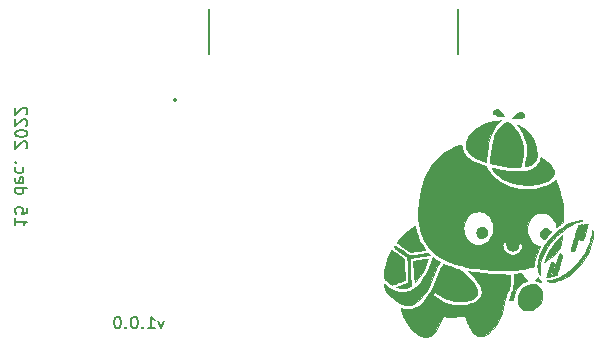
<source format=gbr>
%TF.GenerationSoftware,KiCad,Pcbnew,5.1.7-a382d34a8~88~ubuntu18.04.1*%
%TF.CreationDate,2022-12-15T19:41:17-05:00*%
%TF.ProjectId,project-nrf-leak-detector,70726f6a-6563-4742-9d6e-72662d6c6561,rev?*%
%TF.SameCoordinates,Original*%
%TF.FileFunction,Legend,Bot*%
%TF.FilePolarity,Positive*%
%FSLAX46Y46*%
G04 Gerber Fmt 4.6, Leading zero omitted, Abs format (unit mm)*
G04 Created by KiCad (PCBNEW 5.1.7-a382d34a8~88~ubuntu18.04.1) date 2022-12-15 19:41:17*
%MOMM*%
%LPD*%
G01*
G04 APERTURE LIST*
%ADD10C,0.150000*%
%ADD11C,0.010000*%
%ADD12C,0.200000*%
%ADD13C,0.127000*%
G04 APERTURE END LIST*
D10*
X43842857Y-69485714D02*
X43604761Y-70152380D01*
X43366666Y-69485714D01*
X42461904Y-70152380D02*
X43033333Y-70152380D01*
X42747619Y-70152380D02*
X42747619Y-69152380D01*
X42842857Y-69295238D01*
X42938095Y-69390476D01*
X43033333Y-69438095D01*
X42033333Y-70057142D02*
X41985714Y-70104761D01*
X42033333Y-70152380D01*
X42080952Y-70104761D01*
X42033333Y-70057142D01*
X42033333Y-70152380D01*
X41366666Y-69152380D02*
X41271428Y-69152380D01*
X41176190Y-69200000D01*
X41128571Y-69247619D01*
X41080952Y-69342857D01*
X41033333Y-69533333D01*
X41033333Y-69771428D01*
X41080952Y-69961904D01*
X41128571Y-70057142D01*
X41176190Y-70104761D01*
X41271428Y-70152380D01*
X41366666Y-70152380D01*
X41461904Y-70104761D01*
X41509523Y-70057142D01*
X41557142Y-69961904D01*
X41604761Y-69771428D01*
X41604761Y-69533333D01*
X41557142Y-69342857D01*
X41509523Y-69247619D01*
X41461904Y-69200000D01*
X41366666Y-69152380D01*
X40604761Y-70057142D02*
X40557142Y-70104761D01*
X40604761Y-70152380D01*
X40652380Y-70104761D01*
X40604761Y-70057142D01*
X40604761Y-70152380D01*
X39938095Y-69152380D02*
X39842857Y-69152380D01*
X39747619Y-69200000D01*
X39700000Y-69247619D01*
X39652380Y-69342857D01*
X39604761Y-69533333D01*
X39604761Y-69771428D01*
X39652380Y-69961904D01*
X39700000Y-70057142D01*
X39747619Y-70104761D01*
X39842857Y-70152380D01*
X39938095Y-70152380D01*
X40033333Y-70104761D01*
X40080952Y-70057142D01*
X40128571Y-69961904D01*
X40176190Y-69771428D01*
X40176190Y-69533333D01*
X40128571Y-69342857D01*
X40080952Y-69247619D01*
X40033333Y-69200000D01*
X39938095Y-69152380D01*
X31247619Y-60840595D02*
X31247619Y-61412023D01*
X31247619Y-61126309D02*
X32247619Y-61126309D01*
X32104761Y-61221547D01*
X32009523Y-61316785D01*
X31961904Y-61412023D01*
X32247619Y-59935833D02*
X32247619Y-60412023D01*
X31771428Y-60459642D01*
X31819047Y-60412023D01*
X31866666Y-60316785D01*
X31866666Y-60078690D01*
X31819047Y-59983452D01*
X31771428Y-59935833D01*
X31676190Y-59888214D01*
X31438095Y-59888214D01*
X31342857Y-59935833D01*
X31295238Y-59983452D01*
X31247619Y-60078690D01*
X31247619Y-60316785D01*
X31295238Y-60412023D01*
X31342857Y-60459642D01*
X31247619Y-58269166D02*
X32247619Y-58269166D01*
X31295238Y-58269166D02*
X31247619Y-58364404D01*
X31247619Y-58554880D01*
X31295238Y-58650119D01*
X31342857Y-58697738D01*
X31438095Y-58745357D01*
X31723809Y-58745357D01*
X31819047Y-58697738D01*
X31866666Y-58650119D01*
X31914285Y-58554880D01*
X31914285Y-58364404D01*
X31866666Y-58269166D01*
X31295238Y-57412023D02*
X31247619Y-57507261D01*
X31247619Y-57697738D01*
X31295238Y-57792976D01*
X31390476Y-57840595D01*
X31771428Y-57840595D01*
X31866666Y-57792976D01*
X31914285Y-57697738D01*
X31914285Y-57507261D01*
X31866666Y-57412023D01*
X31771428Y-57364404D01*
X31676190Y-57364404D01*
X31580952Y-57840595D01*
X31295238Y-56507261D02*
X31247619Y-56602500D01*
X31247619Y-56792976D01*
X31295238Y-56888214D01*
X31342857Y-56935833D01*
X31438095Y-56983452D01*
X31723809Y-56983452D01*
X31819047Y-56935833D01*
X31866666Y-56888214D01*
X31914285Y-56792976D01*
X31914285Y-56602500D01*
X31866666Y-56507261D01*
X31342857Y-56078690D02*
X31295238Y-56031071D01*
X31247619Y-56078690D01*
X31295238Y-56126309D01*
X31342857Y-56078690D01*
X31247619Y-56078690D01*
X32152380Y-54888214D02*
X32200000Y-54840595D01*
X32247619Y-54745357D01*
X32247619Y-54507261D01*
X32200000Y-54412023D01*
X32152380Y-54364404D01*
X32057142Y-54316785D01*
X31961904Y-54316785D01*
X31819047Y-54364404D01*
X31247619Y-54935833D01*
X31247619Y-54316785D01*
X32247619Y-53697738D02*
X32247619Y-53602500D01*
X32200000Y-53507261D01*
X32152380Y-53459642D01*
X32057142Y-53412023D01*
X31866666Y-53364404D01*
X31628571Y-53364404D01*
X31438095Y-53412023D01*
X31342857Y-53459642D01*
X31295238Y-53507261D01*
X31247619Y-53602500D01*
X31247619Y-53697738D01*
X31295238Y-53792976D01*
X31342857Y-53840595D01*
X31438095Y-53888214D01*
X31628571Y-53935833D01*
X31866666Y-53935833D01*
X32057142Y-53888214D01*
X32152380Y-53840595D01*
X32200000Y-53792976D01*
X32247619Y-53697738D01*
X32152380Y-52983452D02*
X32200000Y-52935833D01*
X32247619Y-52840595D01*
X32247619Y-52602500D01*
X32200000Y-52507261D01*
X32152380Y-52459642D01*
X32057142Y-52412023D01*
X31961904Y-52412023D01*
X31819047Y-52459642D01*
X31247619Y-53031071D01*
X31247619Y-52412023D01*
X32152380Y-52031071D02*
X32200000Y-51983452D01*
X32247619Y-51888214D01*
X32247619Y-51650119D01*
X32200000Y-51554880D01*
X32152380Y-51507261D01*
X32057142Y-51459642D01*
X31961904Y-51459642D01*
X31819047Y-51507261D01*
X31247619Y-52078690D01*
X31247619Y-51459642D01*
D11*
%TO.C,Ref\u002A\u002A*%
G36*
X67446092Y-64751738D02*
G01*
X67316408Y-64966973D01*
X67206619Y-65168067D01*
X67109663Y-65369546D01*
X67018479Y-65585934D01*
X66940714Y-65791118D01*
X66769439Y-66233996D01*
X66593184Y-66635511D01*
X66411370Y-66996403D01*
X66223422Y-67317410D01*
X66028761Y-67599274D01*
X65826812Y-67842734D01*
X65616996Y-68048531D01*
X65398736Y-68217403D01*
X65171456Y-68350092D01*
X64934578Y-68447338D01*
X64848776Y-68473280D01*
X64723429Y-68497030D01*
X64571663Y-68509239D01*
X64407749Y-68510053D01*
X64245957Y-68499615D01*
X64100557Y-68478070D01*
X64045667Y-68465167D01*
X63969546Y-68445936D01*
X63910687Y-68433641D01*
X63879625Y-68430413D01*
X63877547Y-68431150D01*
X63875815Y-68458896D01*
X63888680Y-68519460D01*
X63913960Y-68606792D01*
X63949471Y-68714845D01*
X63993033Y-68837570D01*
X64042463Y-68968918D01*
X64095579Y-69102840D01*
X64150199Y-69233288D01*
X64204140Y-69354214D01*
X64231066Y-69411055D01*
X64389779Y-69706339D01*
X64563784Y-69971319D01*
X64751183Y-70204452D01*
X64950072Y-70404195D01*
X65158551Y-70569005D01*
X65374719Y-70697339D01*
X65596675Y-70787655D01*
X65822517Y-70838410D01*
X66003583Y-70849506D01*
X66092597Y-70845817D01*
X66176855Y-70837958D01*
X66231454Y-70828970D01*
X66386899Y-70772536D01*
X66537666Y-70677285D01*
X66684177Y-70542674D01*
X66826858Y-70368158D01*
X66966133Y-70153193D01*
X67102426Y-69897235D01*
X67236161Y-69599739D01*
X67286209Y-69476167D01*
X67330096Y-69369776D01*
X67373076Y-69274319D01*
X67410994Y-69198442D01*
X67439699Y-69150787D01*
X67446378Y-69142792D01*
X67511830Y-69103899D01*
X67587371Y-69098117D01*
X67655830Y-69126244D01*
X67695927Y-69139410D01*
X67772308Y-69148747D01*
X67879113Y-69154394D01*
X68010478Y-69156489D01*
X68160543Y-69155170D01*
X68323444Y-69150578D01*
X68493320Y-69142851D01*
X68664308Y-69132128D01*
X68830547Y-69118547D01*
X68986175Y-69102247D01*
X69059066Y-69093001D01*
X69140385Y-69082934D01*
X69203907Y-69080619D01*
X69254206Y-69090535D01*
X69295852Y-69117161D01*
X69333416Y-69164976D01*
X69371471Y-69238460D01*
X69414588Y-69342092D01*
X69467339Y-69480351D01*
X69474883Y-69500409D01*
X69524199Y-69628941D01*
X69575043Y-69756882D01*
X69623007Y-69873448D01*
X69663683Y-69967853D01*
X69683681Y-70011300D01*
X69791214Y-70210829D01*
X69910102Y-70388371D01*
X70036401Y-70539445D01*
X70166164Y-70659573D01*
X70295445Y-70744275D01*
X70351326Y-70769230D01*
X70471031Y-70798137D01*
X70612133Y-70806593D01*
X70759267Y-70795143D01*
X70897069Y-70764330D01*
X70942100Y-70748337D01*
X71148469Y-70644327D01*
X71350368Y-70499886D01*
X71546272Y-70316812D01*
X71734654Y-70096904D01*
X71913990Y-69841962D01*
X72082754Y-69553784D01*
X72239420Y-69234170D01*
X72254163Y-69201000D01*
X72408553Y-68813998D01*
X72544684Y-68397388D01*
X72659592Y-67961039D01*
X72734514Y-67602917D01*
X72755123Y-67492113D01*
X72773723Y-67392962D01*
X72788600Y-67314537D01*
X72798041Y-67265913D01*
X72799573Y-67258420D01*
X72822169Y-67207397D01*
X72854036Y-67165964D01*
X72906924Y-67092449D01*
X72957888Y-66982841D01*
X73005546Y-66843376D01*
X73048518Y-66680292D01*
X73085423Y-66499824D01*
X73114880Y-66308209D01*
X73135507Y-66111685D01*
X73145925Y-65916487D01*
X73146920Y-65843278D01*
X73147333Y-65586472D01*
X72454125Y-65575917D01*
X72243488Y-65572257D01*
X72064623Y-65567837D01*
X71906966Y-65561990D01*
X71759957Y-65554049D01*
X71613033Y-65543346D01*
X71455633Y-65529213D01*
X71277194Y-65510984D01*
X71073000Y-65488642D01*
X70698518Y-65446045D01*
X70361755Y-65405953D01*
X70058210Y-65367808D01*
X69783378Y-65331052D01*
X69656939Y-65313252D01*
X69563795Y-65299905D01*
X69813054Y-65541244D01*
X70054548Y-65789007D01*
X70261272Y-66030629D01*
X70431857Y-66264250D01*
X70564935Y-66488008D01*
X70653496Y-66684701D01*
X70688939Y-66787552D01*
X70709464Y-66873978D01*
X70718951Y-66965061D01*
X70721181Y-67052584D01*
X70720258Y-67150259D01*
X70713750Y-67221894D01*
X70698432Y-67283715D01*
X70671077Y-67351948D01*
X70654489Y-67387984D01*
X70581064Y-67510940D01*
X70478104Y-67637289D01*
X70355951Y-67756220D01*
X70224949Y-67856922D01*
X70177144Y-67886907D01*
X70035590Y-67959191D01*
X69865610Y-68028700D01*
X69681050Y-68090425D01*
X69495758Y-68139356D01*
X69454966Y-68148176D01*
X69304282Y-68171514D01*
X69124228Y-68187011D01*
X68927048Y-68194586D01*
X68724987Y-68194163D01*
X68530291Y-68185662D01*
X68355204Y-68169007D01*
X68268417Y-68155751D01*
X67957462Y-68083021D01*
X67652849Y-67979932D01*
X67361761Y-67849967D01*
X67091378Y-67696614D01*
X66848881Y-67523358D01*
X66704133Y-67396486D01*
X66634519Y-67314873D01*
X66605572Y-67240979D01*
X66616885Y-67172273D01*
X66658788Y-67115121D01*
X66710458Y-67075437D01*
X66764240Y-67062795D01*
X66826426Y-67078681D01*
X66903308Y-67124580D01*
X66991206Y-67193565D01*
X67261783Y-67394831D01*
X67550892Y-67559446D01*
X67860800Y-67688438D01*
X68193776Y-67782837D01*
X68363667Y-67816370D01*
X68518284Y-67835199D01*
X68698480Y-67844677D01*
X68892397Y-67845205D01*
X69088181Y-67837188D01*
X69273975Y-67821027D01*
X69437923Y-67797126D01*
X69530634Y-67776722D01*
X69737814Y-67710475D01*
X69923728Y-67627641D01*
X70083624Y-67531267D01*
X70212751Y-67424401D01*
X70306356Y-67310090D01*
X70333303Y-67261903D01*
X70358424Y-67201616D01*
X70370794Y-67143121D01*
X70372786Y-67069874D01*
X70369733Y-67007965D01*
X70344981Y-66862475D01*
X70287855Y-66705373D01*
X70196957Y-66533616D01*
X70070891Y-66344162D01*
X70054980Y-66322334D01*
X69979300Y-66227527D01*
X69877641Y-66112164D01*
X69756566Y-65982765D01*
X69622638Y-65845850D01*
X69482419Y-65707940D01*
X69342472Y-65575556D01*
X69209359Y-65455219D01*
X69089642Y-65353449D01*
X69040756Y-65314570D01*
X68947581Y-65243445D01*
X68875722Y-65192676D01*
X68813422Y-65156194D01*
X68748924Y-65127929D01*
X68670471Y-65101812D01*
X68575333Y-65074317D01*
X68399174Y-65021541D01*
X68209946Y-64959419D01*
X68020319Y-64892467D01*
X67842962Y-64825200D01*
X67690542Y-64762137D01*
X67654193Y-64745909D01*
X67495065Y-64673392D01*
X67446092Y-64751738D01*
G37*
X67446092Y-64751738D02*
X67316408Y-64966973D01*
X67206619Y-65168067D01*
X67109663Y-65369546D01*
X67018479Y-65585934D01*
X66940714Y-65791118D01*
X66769439Y-66233996D01*
X66593184Y-66635511D01*
X66411370Y-66996403D01*
X66223422Y-67317410D01*
X66028761Y-67599274D01*
X65826812Y-67842734D01*
X65616996Y-68048531D01*
X65398736Y-68217403D01*
X65171456Y-68350092D01*
X64934578Y-68447338D01*
X64848776Y-68473280D01*
X64723429Y-68497030D01*
X64571663Y-68509239D01*
X64407749Y-68510053D01*
X64245957Y-68499615D01*
X64100557Y-68478070D01*
X64045667Y-68465167D01*
X63969546Y-68445936D01*
X63910687Y-68433641D01*
X63879625Y-68430413D01*
X63877547Y-68431150D01*
X63875815Y-68458896D01*
X63888680Y-68519460D01*
X63913960Y-68606792D01*
X63949471Y-68714845D01*
X63993033Y-68837570D01*
X64042463Y-68968918D01*
X64095579Y-69102840D01*
X64150199Y-69233288D01*
X64204140Y-69354214D01*
X64231066Y-69411055D01*
X64389779Y-69706339D01*
X64563784Y-69971319D01*
X64751183Y-70204452D01*
X64950072Y-70404195D01*
X65158551Y-70569005D01*
X65374719Y-70697339D01*
X65596675Y-70787655D01*
X65822517Y-70838410D01*
X66003583Y-70849506D01*
X66092597Y-70845817D01*
X66176855Y-70837958D01*
X66231454Y-70828970D01*
X66386899Y-70772536D01*
X66537666Y-70677285D01*
X66684177Y-70542674D01*
X66826858Y-70368158D01*
X66966133Y-70153193D01*
X67102426Y-69897235D01*
X67236161Y-69599739D01*
X67286209Y-69476167D01*
X67330096Y-69369776D01*
X67373076Y-69274319D01*
X67410994Y-69198442D01*
X67439699Y-69150787D01*
X67446378Y-69142792D01*
X67511830Y-69103899D01*
X67587371Y-69098117D01*
X67655830Y-69126244D01*
X67695927Y-69139410D01*
X67772308Y-69148747D01*
X67879113Y-69154394D01*
X68010478Y-69156489D01*
X68160543Y-69155170D01*
X68323444Y-69150578D01*
X68493320Y-69142851D01*
X68664308Y-69132128D01*
X68830547Y-69118547D01*
X68986175Y-69102247D01*
X69059066Y-69093001D01*
X69140385Y-69082934D01*
X69203907Y-69080619D01*
X69254206Y-69090535D01*
X69295852Y-69117161D01*
X69333416Y-69164976D01*
X69371471Y-69238460D01*
X69414588Y-69342092D01*
X69467339Y-69480351D01*
X69474883Y-69500409D01*
X69524199Y-69628941D01*
X69575043Y-69756882D01*
X69623007Y-69873448D01*
X69663683Y-69967853D01*
X69683681Y-70011300D01*
X69791214Y-70210829D01*
X69910102Y-70388371D01*
X70036401Y-70539445D01*
X70166164Y-70659573D01*
X70295445Y-70744275D01*
X70351326Y-70769230D01*
X70471031Y-70798137D01*
X70612133Y-70806593D01*
X70759267Y-70795143D01*
X70897069Y-70764330D01*
X70942100Y-70748337D01*
X71148469Y-70644327D01*
X71350368Y-70499886D01*
X71546272Y-70316812D01*
X71734654Y-70096904D01*
X71913990Y-69841962D01*
X72082754Y-69553784D01*
X72239420Y-69234170D01*
X72254163Y-69201000D01*
X72408553Y-68813998D01*
X72544684Y-68397388D01*
X72659592Y-67961039D01*
X72734514Y-67602917D01*
X72755123Y-67492113D01*
X72773723Y-67392962D01*
X72788600Y-67314537D01*
X72798041Y-67265913D01*
X72799573Y-67258420D01*
X72822169Y-67207397D01*
X72854036Y-67165964D01*
X72906924Y-67092449D01*
X72957888Y-66982841D01*
X73005546Y-66843376D01*
X73048518Y-66680292D01*
X73085423Y-66499824D01*
X73114880Y-66308209D01*
X73135507Y-66111685D01*
X73145925Y-65916487D01*
X73146920Y-65843278D01*
X73147333Y-65586472D01*
X72454125Y-65575917D01*
X72243488Y-65572257D01*
X72064623Y-65567837D01*
X71906966Y-65561990D01*
X71759957Y-65554049D01*
X71613033Y-65543346D01*
X71455633Y-65529213D01*
X71277194Y-65510984D01*
X71073000Y-65488642D01*
X70698518Y-65446045D01*
X70361755Y-65405953D01*
X70058210Y-65367808D01*
X69783378Y-65331052D01*
X69656939Y-65313252D01*
X69563795Y-65299905D01*
X69813054Y-65541244D01*
X70054548Y-65789007D01*
X70261272Y-66030629D01*
X70431857Y-66264250D01*
X70564935Y-66488008D01*
X70653496Y-66684701D01*
X70688939Y-66787552D01*
X70709464Y-66873978D01*
X70718951Y-66965061D01*
X70721181Y-67052584D01*
X70720258Y-67150259D01*
X70713750Y-67221894D01*
X70698432Y-67283715D01*
X70671077Y-67351948D01*
X70654489Y-67387984D01*
X70581064Y-67510940D01*
X70478104Y-67637289D01*
X70355951Y-67756220D01*
X70224949Y-67856922D01*
X70177144Y-67886907D01*
X70035590Y-67959191D01*
X69865610Y-68028700D01*
X69681050Y-68090425D01*
X69495758Y-68139356D01*
X69454966Y-68148176D01*
X69304282Y-68171514D01*
X69124228Y-68187011D01*
X68927048Y-68194586D01*
X68724987Y-68194163D01*
X68530291Y-68185662D01*
X68355204Y-68169007D01*
X68268417Y-68155751D01*
X67957462Y-68083021D01*
X67652849Y-67979932D01*
X67361761Y-67849967D01*
X67091378Y-67696614D01*
X66848881Y-67523358D01*
X66704133Y-67396486D01*
X66634519Y-67314873D01*
X66605572Y-67240979D01*
X66616885Y-67172273D01*
X66658788Y-67115121D01*
X66710458Y-67075437D01*
X66764240Y-67062795D01*
X66826426Y-67078681D01*
X66903308Y-67124580D01*
X66991206Y-67193565D01*
X67261783Y-67394831D01*
X67550892Y-67559446D01*
X67860800Y-67688438D01*
X68193776Y-67782837D01*
X68363667Y-67816370D01*
X68518284Y-67835199D01*
X68698480Y-67844677D01*
X68892397Y-67845205D01*
X69088181Y-67837188D01*
X69273975Y-67821027D01*
X69437923Y-67797126D01*
X69530634Y-67776722D01*
X69737814Y-67710475D01*
X69923728Y-67627641D01*
X70083624Y-67531267D01*
X70212751Y-67424401D01*
X70306356Y-67310090D01*
X70333303Y-67261903D01*
X70358424Y-67201616D01*
X70370794Y-67143121D01*
X70372786Y-67069874D01*
X70369733Y-67007965D01*
X70344981Y-66862475D01*
X70287855Y-66705373D01*
X70196957Y-66533616D01*
X70070891Y-66344162D01*
X70054980Y-66322334D01*
X69979300Y-66227527D01*
X69877641Y-66112164D01*
X69756566Y-65982765D01*
X69622638Y-65845850D01*
X69482419Y-65707940D01*
X69342472Y-65575556D01*
X69209359Y-65455219D01*
X69089642Y-65353449D01*
X69040756Y-65314570D01*
X68947581Y-65243445D01*
X68875722Y-65192676D01*
X68813422Y-65156194D01*
X68748924Y-65127929D01*
X68670471Y-65101812D01*
X68575333Y-65074317D01*
X68399174Y-65021541D01*
X68209946Y-64959419D01*
X68020319Y-64892467D01*
X67842962Y-64825200D01*
X67690542Y-64762137D01*
X67654193Y-64745909D01*
X67495065Y-64673392D01*
X67446092Y-64751738D01*
G36*
X74870890Y-66401781D02*
G01*
X74681294Y-66442463D01*
X74496424Y-66516892D01*
X74321368Y-66623669D01*
X74161210Y-66761393D01*
X74066564Y-66868027D01*
X73940408Y-67053721D01*
X73847894Y-67248544D01*
X73789140Y-67447802D01*
X73764259Y-67646802D01*
X73773367Y-67840850D01*
X73816580Y-68025252D01*
X73894013Y-68195316D01*
X74005781Y-68346347D01*
X74029608Y-68371203D01*
X74171325Y-68485716D01*
X74332074Y-68563494D01*
X74513108Y-68604927D01*
X74715677Y-68610409D01*
X74777167Y-68605480D01*
X74971617Y-68565061D01*
X75158672Y-68486702D01*
X75333697Y-68374709D01*
X75492059Y-68233385D01*
X75629122Y-68067035D01*
X75740253Y-67879963D01*
X75820816Y-67676473D01*
X75836020Y-67622051D01*
X75871664Y-67412671D01*
X75871102Y-67211637D01*
X75835883Y-67023110D01*
X75767555Y-66851252D01*
X75667667Y-66700226D01*
X75537766Y-66574192D01*
X75417183Y-66496221D01*
X75243921Y-66427260D01*
X75060128Y-66396247D01*
X74870890Y-66401781D01*
G37*
X74870890Y-66401781D02*
X74681294Y-66442463D01*
X74496424Y-66516892D01*
X74321368Y-66623669D01*
X74161210Y-66761393D01*
X74066564Y-66868027D01*
X73940408Y-67053721D01*
X73847894Y-67248544D01*
X73789140Y-67447802D01*
X73764259Y-67646802D01*
X73773367Y-67840850D01*
X73816580Y-68025252D01*
X73894013Y-68195316D01*
X74005781Y-68346347D01*
X74029608Y-68371203D01*
X74171325Y-68485716D01*
X74332074Y-68563494D01*
X74513108Y-68604927D01*
X74715677Y-68610409D01*
X74777167Y-68605480D01*
X74971617Y-68565061D01*
X75158672Y-68486702D01*
X75333697Y-68374709D01*
X75492059Y-68233385D01*
X75629122Y-68067035D01*
X75740253Y-67879963D01*
X75820816Y-67676473D01*
X75836020Y-67622051D01*
X75871664Y-67412671D01*
X75871102Y-67211637D01*
X75835883Y-67023110D01*
X75767555Y-66851252D01*
X75667667Y-66700226D01*
X75537766Y-66574192D01*
X75417183Y-66496221D01*
X75243921Y-66427260D01*
X75060128Y-66396247D01*
X74870890Y-66401781D01*
G36*
X66598757Y-64139433D02*
G01*
X66582696Y-64159291D01*
X66562766Y-64204997D01*
X66534741Y-64282653D01*
X66523067Y-64316126D01*
X66351932Y-64773927D01*
X66171456Y-65190730D01*
X65981670Y-65566494D01*
X65782604Y-65901179D01*
X65574290Y-66194744D01*
X65356756Y-66447150D01*
X65130035Y-66658355D01*
X64894157Y-66828319D01*
X64649152Y-66957002D01*
X64479583Y-67020207D01*
X64347693Y-67051396D01*
X64192511Y-67072185D01*
X64030388Y-67081545D01*
X63877676Y-67078448D01*
X63766362Y-67065042D01*
X63479151Y-66989510D01*
X63192284Y-66871704D01*
X62905883Y-66711686D01*
X62620069Y-66509515D01*
X62578429Y-66476501D01*
X62512837Y-66425865D01*
X62460148Y-66389084D01*
X62428416Y-66371610D01*
X62423203Y-66371408D01*
X62422148Y-66397706D01*
X62433220Y-66454287D01*
X62453655Y-66531807D01*
X62480685Y-66620924D01*
X62511543Y-66712293D01*
X62543465Y-66796571D01*
X62561749Y-66839344D01*
X62671207Y-67038205D01*
X62816616Y-67236703D01*
X62991881Y-67429553D01*
X63190908Y-67611468D01*
X63407601Y-67777163D01*
X63635866Y-67921350D01*
X63869607Y-68038745D01*
X64007482Y-68093252D01*
X64089207Y-68119227D01*
X64168283Y-68136579D01*
X64258265Y-68147356D01*
X64372708Y-68153606D01*
X64416083Y-68154967D01*
X64523569Y-68156172D01*
X64622770Y-68154107D01*
X64701928Y-68149204D01*
X64746027Y-68142797D01*
X64970952Y-68064150D01*
X65188892Y-67943784D01*
X65399815Y-67781739D01*
X65603692Y-67578054D01*
X65800492Y-67332768D01*
X65990185Y-67045921D01*
X66172741Y-66717551D01*
X66348130Y-66347700D01*
X66516321Y-65936404D01*
X66584979Y-65750834D01*
X66669054Y-65532095D01*
X66766467Y-65304086D01*
X66871300Y-65079506D01*
X66977632Y-64871057D01*
X67076237Y-64696897D01*
X67125603Y-64613791D01*
X67154897Y-64559134D01*
X67166700Y-64525610D01*
X67163593Y-64505907D01*
X67148273Y-64492779D01*
X67109543Y-64468380D01*
X67045374Y-64426706D01*
X66964805Y-64373758D01*
X66876877Y-64315536D01*
X66790628Y-64258041D01*
X66715099Y-64207271D01*
X66659328Y-64169229D01*
X66636178Y-64152861D01*
X66615175Y-64139323D01*
X66598757Y-64139433D01*
G37*
X66598757Y-64139433D02*
X66582696Y-64159291D01*
X66562766Y-64204997D01*
X66534741Y-64282653D01*
X66523067Y-64316126D01*
X66351932Y-64773927D01*
X66171456Y-65190730D01*
X65981670Y-65566494D01*
X65782604Y-65901179D01*
X65574290Y-66194744D01*
X65356756Y-66447150D01*
X65130035Y-66658355D01*
X64894157Y-66828319D01*
X64649152Y-66957002D01*
X64479583Y-67020207D01*
X64347693Y-67051396D01*
X64192511Y-67072185D01*
X64030388Y-67081545D01*
X63877676Y-67078448D01*
X63766362Y-67065042D01*
X63479151Y-66989510D01*
X63192284Y-66871704D01*
X62905883Y-66711686D01*
X62620069Y-66509515D01*
X62578429Y-66476501D01*
X62512837Y-66425865D01*
X62460148Y-66389084D01*
X62428416Y-66371610D01*
X62423203Y-66371408D01*
X62422148Y-66397706D01*
X62433220Y-66454287D01*
X62453655Y-66531807D01*
X62480685Y-66620924D01*
X62511543Y-66712293D01*
X62543465Y-66796571D01*
X62561749Y-66839344D01*
X62671207Y-67038205D01*
X62816616Y-67236703D01*
X62991881Y-67429553D01*
X63190908Y-67611468D01*
X63407601Y-67777163D01*
X63635866Y-67921350D01*
X63869607Y-68038745D01*
X64007482Y-68093252D01*
X64089207Y-68119227D01*
X64168283Y-68136579D01*
X64258265Y-68147356D01*
X64372708Y-68153606D01*
X64416083Y-68154967D01*
X64523569Y-68156172D01*
X64622770Y-68154107D01*
X64701928Y-68149204D01*
X64746027Y-68142797D01*
X64970952Y-68064150D01*
X65188892Y-67943784D01*
X65399815Y-67781739D01*
X65603692Y-67578054D01*
X65800492Y-67332768D01*
X65990185Y-67045921D01*
X66172741Y-66717551D01*
X66348130Y-66347700D01*
X66516321Y-65936404D01*
X66584979Y-65750834D01*
X66669054Y-65532095D01*
X66766467Y-65304086D01*
X66871300Y-65079506D01*
X66977632Y-64871057D01*
X67076237Y-64696897D01*
X67125603Y-64613791D01*
X67154897Y-64559134D01*
X67166700Y-64525610D01*
X67163593Y-64505907D01*
X67148273Y-64492779D01*
X67109543Y-64468380D01*
X67045374Y-64426706D01*
X66964805Y-64373758D01*
X66876877Y-64315536D01*
X66790628Y-64258041D01*
X66715099Y-64207271D01*
X66659328Y-64169229D01*
X66636178Y-64152861D01*
X66615175Y-64139323D01*
X66598757Y-64139433D01*
G36*
X73497554Y-65549750D02*
G01*
X73503453Y-65719084D01*
X73499577Y-66008864D01*
X73469918Y-66310512D01*
X73416699Y-66612664D01*
X73342142Y-66903957D01*
X73248471Y-67173028D01*
X73195010Y-67296000D01*
X73154727Y-67391741D01*
X73119086Y-67493685D01*
X73095447Y-67580665D01*
X73094562Y-67584989D01*
X73068594Y-67715227D01*
X73131776Y-67727864D01*
X73190404Y-67735258D01*
X73268197Y-67739807D01*
X73308729Y-67740500D01*
X73422500Y-67740500D01*
X73422813Y-67608209D01*
X73436177Y-67440659D01*
X73477035Y-67268138D01*
X73547730Y-67082028D01*
X73591108Y-66989084D01*
X73722763Y-66758852D01*
X73876599Y-66562649D01*
X74056852Y-66396161D01*
X74267759Y-66255077D01*
X74361277Y-66204980D01*
X74444133Y-66164707D01*
X74514775Y-66133009D01*
X74563489Y-66114108D01*
X74578235Y-66110667D01*
X74604995Y-66098602D01*
X74607833Y-66089644D01*
X74593707Y-66068581D01*
X74554382Y-66022475D01*
X74494439Y-65956372D01*
X74418459Y-65875317D01*
X74331021Y-65784355D01*
X74325833Y-65779023D01*
X74043832Y-65489424D01*
X73497554Y-65549750D01*
G37*
X73497554Y-65549750D02*
X73503453Y-65719084D01*
X73499577Y-66008864D01*
X73469918Y-66310512D01*
X73416699Y-66612664D01*
X73342142Y-66903957D01*
X73248471Y-67173028D01*
X73195010Y-67296000D01*
X73154727Y-67391741D01*
X73119086Y-67493685D01*
X73095447Y-67580665D01*
X73094562Y-67584989D01*
X73068594Y-67715227D01*
X73131776Y-67727864D01*
X73190404Y-67735258D01*
X73268197Y-67739807D01*
X73308729Y-67740500D01*
X73422500Y-67740500D01*
X73422813Y-67608209D01*
X73436177Y-67440659D01*
X73477035Y-67268138D01*
X73547730Y-67082028D01*
X73591108Y-66989084D01*
X73722763Y-66758852D01*
X73876599Y-66562649D01*
X74056852Y-66396161D01*
X74267759Y-66255077D01*
X74361277Y-66204980D01*
X74444133Y-66164707D01*
X74514775Y-66133009D01*
X74563489Y-66114108D01*
X74578235Y-66110667D01*
X74604995Y-66098602D01*
X74607833Y-66089644D01*
X74593707Y-66068581D01*
X74554382Y-66022475D01*
X74494439Y-65956372D01*
X74418459Y-65875317D01*
X74331021Y-65784355D01*
X74325833Y-65779023D01*
X74043832Y-65489424D01*
X73497554Y-65549750D01*
G36*
X63313756Y-63135978D02*
G01*
X63308793Y-63141355D01*
X63285156Y-63173137D01*
X63269816Y-63199653D01*
X63266031Y-63224716D01*
X63277059Y-63252139D01*
X63306157Y-63285733D01*
X63356584Y-63329312D01*
X63431597Y-63386688D01*
X63534454Y-63461673D01*
X63659299Y-63551520D01*
X63787957Y-63644117D01*
X63916228Y-63736478D01*
X64036498Y-63823116D01*
X64141150Y-63898544D01*
X64222567Y-63957275D01*
X64250215Y-63977243D01*
X64324770Y-64033403D01*
X64385923Y-64083742D01*
X64425531Y-64121321D01*
X64435757Y-64135324D01*
X64439009Y-64162637D01*
X64443364Y-64227968D01*
X64448632Y-64327021D01*
X64454622Y-64455500D01*
X64461142Y-64609110D01*
X64468002Y-64783554D01*
X64475012Y-64974536D01*
X64481796Y-65172197D01*
X64489459Y-65406697D01*
X64495529Y-65602554D01*
X64500009Y-65763427D01*
X64502905Y-65892974D01*
X64504221Y-65994855D01*
X64503961Y-66072731D01*
X64502130Y-66130259D01*
X64498732Y-66171099D01*
X64493772Y-66198911D01*
X64487254Y-66217355D01*
X64483068Y-66224736D01*
X64460601Y-66245733D01*
X64415334Y-66272352D01*
X64343665Y-66306200D01*
X64241992Y-66348884D01*
X64106713Y-66402011D01*
X63967909Y-66454597D01*
X63484774Y-66635581D01*
X63603405Y-66670068D01*
X63790710Y-66716422D01*
X63957302Y-66738546D01*
X64116556Y-66737311D01*
X64279610Y-66714035D01*
X64381742Y-66687471D01*
X64492257Y-66648762D01*
X64598153Y-66603389D01*
X64686423Y-66556833D01*
X64736910Y-66521287D01*
X64782570Y-66481084D01*
X64699694Y-65433334D01*
X64683404Y-65224591D01*
X64668393Y-65026810D01*
X64654965Y-64844373D01*
X64643423Y-64681664D01*
X64634070Y-64543066D01*
X64627208Y-64432961D01*
X64623141Y-64355734D01*
X64622172Y-64315767D01*
X64622284Y-64313603D01*
X64626080Y-64281015D01*
X64634598Y-64253401D01*
X64651611Y-64229635D01*
X64680890Y-64208591D01*
X64726209Y-64189141D01*
X64791339Y-64170159D01*
X64880053Y-64150518D01*
X64996123Y-64129091D01*
X65143321Y-64104752D01*
X65325419Y-64076374D01*
X65510996Y-64048154D01*
X65687267Y-64021520D01*
X65850120Y-63996998D01*
X65994871Y-63975286D01*
X66116835Y-63957082D01*
X66211329Y-63943087D01*
X66273668Y-63933998D01*
X66299168Y-63930516D01*
X66299454Y-63930500D01*
X66312648Y-63916827D01*
X66301298Y-63882628D01*
X66269945Y-63838133D01*
X66248298Y-63815327D01*
X66186096Y-63755733D01*
X65438673Y-63864566D01*
X65264135Y-63889797D01*
X65101581Y-63912943D01*
X64956082Y-63933309D01*
X64832709Y-63950201D01*
X64736532Y-63962923D01*
X64672622Y-63970779D01*
X64646925Y-63973116D01*
X64619760Y-63961391D01*
X64562092Y-63928154D01*
X64478138Y-63876115D01*
X64372115Y-63807982D01*
X64248242Y-63726465D01*
X64110736Y-63634271D01*
X63969811Y-63538230D01*
X63803911Y-63424488D01*
X63669316Y-63332843D01*
X63562574Y-63261223D01*
X63480233Y-63207555D01*
X63418843Y-63169768D01*
X63374951Y-63145789D01*
X63345107Y-63133546D01*
X63325859Y-63130966D01*
X63313756Y-63135978D01*
G37*
X63313756Y-63135978D02*
X63308793Y-63141355D01*
X63285156Y-63173137D01*
X63269816Y-63199653D01*
X63266031Y-63224716D01*
X63277059Y-63252139D01*
X63306157Y-63285733D01*
X63356584Y-63329312D01*
X63431597Y-63386688D01*
X63534454Y-63461673D01*
X63659299Y-63551520D01*
X63787957Y-63644117D01*
X63916228Y-63736478D01*
X64036498Y-63823116D01*
X64141150Y-63898544D01*
X64222567Y-63957275D01*
X64250215Y-63977243D01*
X64324770Y-64033403D01*
X64385923Y-64083742D01*
X64425531Y-64121321D01*
X64435757Y-64135324D01*
X64439009Y-64162637D01*
X64443364Y-64227968D01*
X64448632Y-64327021D01*
X64454622Y-64455500D01*
X64461142Y-64609110D01*
X64468002Y-64783554D01*
X64475012Y-64974536D01*
X64481796Y-65172197D01*
X64489459Y-65406697D01*
X64495529Y-65602554D01*
X64500009Y-65763427D01*
X64502905Y-65892974D01*
X64504221Y-65994855D01*
X64503961Y-66072731D01*
X64502130Y-66130259D01*
X64498732Y-66171099D01*
X64493772Y-66198911D01*
X64487254Y-66217355D01*
X64483068Y-66224736D01*
X64460601Y-66245733D01*
X64415334Y-66272352D01*
X64343665Y-66306200D01*
X64241992Y-66348884D01*
X64106713Y-66402011D01*
X63967909Y-66454597D01*
X63484774Y-66635581D01*
X63603405Y-66670068D01*
X63790710Y-66716422D01*
X63957302Y-66738546D01*
X64116556Y-66737311D01*
X64279610Y-66714035D01*
X64381742Y-66687471D01*
X64492257Y-66648762D01*
X64598153Y-66603389D01*
X64686423Y-66556833D01*
X64736910Y-66521287D01*
X64782570Y-66481084D01*
X64699694Y-65433334D01*
X64683404Y-65224591D01*
X64668393Y-65026810D01*
X64654965Y-64844373D01*
X64643423Y-64681664D01*
X64634070Y-64543066D01*
X64627208Y-64432961D01*
X64623141Y-64355734D01*
X64622172Y-64315767D01*
X64622284Y-64313603D01*
X64626080Y-64281015D01*
X64634598Y-64253401D01*
X64651611Y-64229635D01*
X64680890Y-64208591D01*
X64726209Y-64189141D01*
X64791339Y-64170159D01*
X64880053Y-64150518D01*
X64996123Y-64129091D01*
X65143321Y-64104752D01*
X65325419Y-64076374D01*
X65510996Y-64048154D01*
X65687267Y-64021520D01*
X65850120Y-63996998D01*
X65994871Y-63975286D01*
X66116835Y-63957082D01*
X66211329Y-63943087D01*
X66273668Y-63933998D01*
X66299168Y-63930516D01*
X66299454Y-63930500D01*
X66312648Y-63916827D01*
X66301298Y-63882628D01*
X66269945Y-63838133D01*
X66248298Y-63815327D01*
X66186096Y-63755733D01*
X65438673Y-63864566D01*
X65264135Y-63889797D01*
X65101581Y-63912943D01*
X64956082Y-63933309D01*
X64832709Y-63950201D01*
X64736532Y-63962923D01*
X64672622Y-63970779D01*
X64646925Y-63973116D01*
X64619760Y-63961391D01*
X64562092Y-63928154D01*
X64478138Y-63876115D01*
X64372115Y-63807982D01*
X64248242Y-63726465D01*
X64110736Y-63634271D01*
X63969811Y-63538230D01*
X63803911Y-63424488D01*
X63669316Y-63332843D01*
X63562574Y-63261223D01*
X63480233Y-63207555D01*
X63418843Y-63169768D01*
X63374951Y-63145789D01*
X63345107Y-63133546D01*
X63325859Y-63130966D01*
X63313756Y-63135978D01*
G36*
X63061253Y-63545307D02*
G01*
X63025280Y-63610544D01*
X62980523Y-63697252D01*
X62931247Y-63796850D01*
X62881717Y-63900757D01*
X62836195Y-64000393D01*
X62806589Y-64068730D01*
X62682614Y-64392921D01*
X62590845Y-64699840D01*
X62529523Y-64997487D01*
X62496888Y-65293859D01*
X62490168Y-65507417D01*
X62490427Y-65655443D01*
X62493117Y-65768537D01*
X62500710Y-65854099D01*
X62515679Y-65919529D01*
X62540495Y-65972228D01*
X62577629Y-66019596D01*
X62629555Y-66069034D01*
X62696922Y-66126411D01*
X62804869Y-66214929D01*
X62907088Y-66294651D01*
X62998022Y-66361590D01*
X63072110Y-66411758D01*
X63123794Y-66441170D01*
X63144238Y-66447238D01*
X63169535Y-66439475D01*
X63228916Y-66418692D01*
X63316887Y-66386892D01*
X63427954Y-66346077D01*
X63556621Y-66298252D01*
X63684453Y-66250296D01*
X63823521Y-66197260D01*
X63948953Y-66148190D01*
X64055449Y-66105260D01*
X64137712Y-66070643D01*
X64190443Y-66046512D01*
X64208319Y-66035433D01*
X64209279Y-66010152D01*
X64208776Y-65948404D01*
X64206991Y-65855560D01*
X64204102Y-65736993D01*
X64200289Y-65598078D01*
X64195731Y-65444185D01*
X64190607Y-65280689D01*
X64185096Y-65112963D01*
X64179377Y-64946378D01*
X64173630Y-64786308D01*
X64168033Y-64638126D01*
X64162766Y-64507205D01*
X64158008Y-64398918D01*
X64153939Y-64318637D01*
X64150736Y-64271736D01*
X64149177Y-64261670D01*
X64104490Y-64228260D01*
X64035074Y-64177719D01*
X63945985Y-64113616D01*
X63842279Y-64039518D01*
X63729012Y-63958995D01*
X63611240Y-63875613D01*
X63494020Y-63792940D01*
X63382406Y-63714545D01*
X63281456Y-63643995D01*
X63196224Y-63584858D01*
X63131768Y-63540702D01*
X63093143Y-63515096D01*
X63084179Y-63510121D01*
X63061253Y-63545307D01*
G37*
X63061253Y-63545307D02*
X63025280Y-63610544D01*
X62980523Y-63697252D01*
X62931247Y-63796850D01*
X62881717Y-63900757D01*
X62836195Y-64000393D01*
X62806589Y-64068730D01*
X62682614Y-64392921D01*
X62590845Y-64699840D01*
X62529523Y-64997487D01*
X62496888Y-65293859D01*
X62490168Y-65507417D01*
X62490427Y-65655443D01*
X62493117Y-65768537D01*
X62500710Y-65854099D01*
X62515679Y-65919529D01*
X62540495Y-65972228D01*
X62577629Y-66019596D01*
X62629555Y-66069034D01*
X62696922Y-66126411D01*
X62804869Y-66214929D01*
X62907088Y-66294651D01*
X62998022Y-66361590D01*
X63072110Y-66411758D01*
X63123794Y-66441170D01*
X63144238Y-66447238D01*
X63169535Y-66439475D01*
X63228916Y-66418692D01*
X63316887Y-66386892D01*
X63427954Y-66346077D01*
X63556621Y-66298252D01*
X63684453Y-66250296D01*
X63823521Y-66197260D01*
X63948953Y-66148190D01*
X64055449Y-66105260D01*
X64137712Y-66070643D01*
X64190443Y-66046512D01*
X64208319Y-66035433D01*
X64209279Y-66010152D01*
X64208776Y-65948404D01*
X64206991Y-65855560D01*
X64204102Y-65736993D01*
X64200289Y-65598078D01*
X64195731Y-65444185D01*
X64190607Y-65280689D01*
X64185096Y-65112963D01*
X64179377Y-64946378D01*
X64173630Y-64786308D01*
X64168033Y-64638126D01*
X64162766Y-64507205D01*
X64158008Y-64398918D01*
X64153939Y-64318637D01*
X64150736Y-64271736D01*
X64149177Y-64261670D01*
X64104490Y-64228260D01*
X64035074Y-64177719D01*
X63945985Y-64113616D01*
X63842279Y-64039518D01*
X63729012Y-63958995D01*
X63611240Y-63875613D01*
X63494020Y-63792940D01*
X63382406Y-63714545D01*
X63281456Y-63643995D01*
X63196224Y-63584858D01*
X63131768Y-63540702D01*
X63093143Y-63515096D01*
X63084179Y-63510121D01*
X63061253Y-63545307D01*
G36*
X75243109Y-66056032D02*
G01*
X75396605Y-66110211D01*
X75483639Y-66143653D01*
X75565636Y-66179740D01*
X75625170Y-66210789D01*
X75626195Y-66211419D01*
X75674958Y-66239935D01*
X75702958Y-66246712D01*
X75725262Y-66232564D01*
X75739321Y-66217527D01*
X75756894Y-66194637D01*
X75759929Y-66172037D01*
X75745051Y-66140204D01*
X75708887Y-66089616D01*
X75681278Y-66053679D01*
X75625274Y-65984094D01*
X75570742Y-65920989D01*
X75530479Y-65879007D01*
X75474755Y-65827264D01*
X75243109Y-66056032D01*
G37*
X75243109Y-66056032D02*
X75396605Y-66110211D01*
X75483639Y-66143653D01*
X75565636Y-66179740D01*
X75625170Y-66210789D01*
X75626195Y-66211419D01*
X75674958Y-66239935D01*
X75702958Y-66246712D01*
X75725262Y-66232564D01*
X75739321Y-66217527D01*
X75756894Y-66194637D01*
X75759929Y-66172037D01*
X75745051Y-66140204D01*
X75708887Y-66089616D01*
X75681278Y-66053679D01*
X75625274Y-65984094D01*
X75570742Y-65920989D01*
X75530479Y-65879007D01*
X75474755Y-65827264D01*
X75243109Y-66056032D01*
G36*
X66141634Y-64254859D02*
G01*
X66082858Y-64262325D01*
X65995139Y-64274511D01*
X65884831Y-64290447D01*
X65758293Y-64309162D01*
X65621880Y-64329684D01*
X65481949Y-64351041D01*
X65344856Y-64372264D01*
X65216959Y-64392380D01*
X65104613Y-64410418D01*
X65014175Y-64425408D01*
X64952002Y-64436378D01*
X64924450Y-64442357D01*
X64923709Y-64442750D01*
X64923605Y-64464889D01*
X64926671Y-64523903D01*
X64932486Y-64614483D01*
X64940630Y-64731323D01*
X64950682Y-64869115D01*
X64962222Y-65022552D01*
X64974830Y-65186327D01*
X64988086Y-65355133D01*
X65001569Y-65523664D01*
X65014860Y-65686610D01*
X65027537Y-65838667D01*
X65039182Y-65974526D01*
X65049373Y-66088880D01*
X65057690Y-66176422D01*
X65063713Y-66231846D01*
X65066805Y-66249861D01*
X65083940Y-66239354D01*
X65121547Y-66202636D01*
X65173237Y-66146212D01*
X65207951Y-66106082D01*
X65367990Y-65901983D01*
X65520678Y-65674679D01*
X65669263Y-65418768D01*
X65816991Y-65128848D01*
X65892360Y-64967667D01*
X65948286Y-64841847D01*
X66002447Y-64714476D01*
X66052552Y-64591559D01*
X66096309Y-64479099D01*
X66131426Y-64383100D01*
X66155613Y-64309565D01*
X66166577Y-64264497D01*
X66165109Y-64253084D01*
X66141634Y-64254859D01*
G37*
X66141634Y-64254859D02*
X66082858Y-64262325D01*
X65995139Y-64274511D01*
X65884831Y-64290447D01*
X65758293Y-64309162D01*
X65621880Y-64329684D01*
X65481949Y-64351041D01*
X65344856Y-64372264D01*
X65216959Y-64392380D01*
X65104613Y-64410418D01*
X65014175Y-64425408D01*
X64952002Y-64436378D01*
X64924450Y-64442357D01*
X64923709Y-64442750D01*
X64923605Y-64464889D01*
X64926671Y-64523903D01*
X64932486Y-64614483D01*
X64940630Y-64731323D01*
X64950682Y-64869115D01*
X64962222Y-65022552D01*
X64974830Y-65186327D01*
X64988086Y-65355133D01*
X65001569Y-65523664D01*
X65014860Y-65686610D01*
X65027537Y-65838667D01*
X65039182Y-65974526D01*
X65049373Y-66088880D01*
X65057690Y-66176422D01*
X65063713Y-66231846D01*
X65066805Y-66249861D01*
X65083940Y-66239354D01*
X65121547Y-66202636D01*
X65173237Y-66146212D01*
X65207951Y-66106082D01*
X65367990Y-65901983D01*
X65520678Y-65674679D01*
X65669263Y-65418768D01*
X65816991Y-65128848D01*
X65892360Y-64967667D01*
X65948286Y-64841847D01*
X66002447Y-64714476D01*
X66052552Y-64591559D01*
X66096309Y-64479099D01*
X66131426Y-64383100D01*
X66155613Y-64309565D01*
X66166577Y-64264497D01*
X66165109Y-64253084D01*
X66141634Y-64254859D01*
G36*
X80071523Y-61819558D02*
G01*
X80068833Y-61891494D01*
X80059413Y-62046699D01*
X80032651Y-62229678D01*
X79990793Y-62430677D01*
X79936085Y-62639941D01*
X79870776Y-62847715D01*
X79811585Y-63008376D01*
X79647347Y-63376212D01*
X79450329Y-63737325D01*
X79224326Y-64087408D01*
X78973133Y-64422157D01*
X78700545Y-64737265D01*
X78410356Y-65028426D01*
X78106361Y-65291335D01*
X77792356Y-65521686D01*
X77472134Y-65715173D01*
X77386800Y-65759680D01*
X77116791Y-65883089D01*
X76860713Y-65973015D01*
X76610223Y-66031978D01*
X76392697Y-66059859D01*
X76295558Y-66070781D01*
X76240081Y-66084832D01*
X76225666Y-66102702D01*
X76251713Y-66125083D01*
X76313370Y-66151145D01*
X76382624Y-66167085D01*
X76482154Y-66178616D01*
X76600107Y-66185475D01*
X76724627Y-66187404D01*
X76843862Y-66184141D01*
X76945957Y-66175426D01*
X76999667Y-66166224D01*
X77293865Y-66078319D01*
X77591280Y-65950691D01*
X77888858Y-65785484D01*
X78183545Y-65584841D01*
X78472288Y-65350906D01*
X78752033Y-65085821D01*
X79019725Y-64791732D01*
X79105213Y-64688293D01*
X79288923Y-64444503D01*
X79465958Y-64178839D01*
X79630041Y-63902111D01*
X79774898Y-63625128D01*
X79894254Y-63358703D01*
X79929353Y-63268577D01*
X80016838Y-63001715D01*
X80082200Y-62733592D01*
X80124119Y-62472507D01*
X80141275Y-62226758D01*
X80132349Y-62004644D01*
X80131537Y-61997303D01*
X80117714Y-61895631D01*
X80103484Y-61824798D01*
X80090164Y-61787027D01*
X80079072Y-61784539D01*
X80071523Y-61819558D01*
G37*
X80071523Y-61819558D02*
X80068833Y-61891494D01*
X80059413Y-62046699D01*
X80032651Y-62229678D01*
X79990793Y-62430677D01*
X79936085Y-62639941D01*
X79870776Y-62847715D01*
X79811585Y-63008376D01*
X79647347Y-63376212D01*
X79450329Y-63737325D01*
X79224326Y-64087408D01*
X78973133Y-64422157D01*
X78700545Y-64737265D01*
X78410356Y-65028426D01*
X78106361Y-65291335D01*
X77792356Y-65521686D01*
X77472134Y-65715173D01*
X77386800Y-65759680D01*
X77116791Y-65883089D01*
X76860713Y-65973015D01*
X76610223Y-66031978D01*
X76392697Y-66059859D01*
X76295558Y-66070781D01*
X76240081Y-66084832D01*
X76225666Y-66102702D01*
X76251713Y-66125083D01*
X76313370Y-66151145D01*
X76382624Y-66167085D01*
X76482154Y-66178616D01*
X76600107Y-66185475D01*
X76724627Y-66187404D01*
X76843862Y-66184141D01*
X76945957Y-66175426D01*
X76999667Y-66166224D01*
X77293865Y-66078319D01*
X77591280Y-65950691D01*
X77888858Y-65785484D01*
X78183545Y-65584841D01*
X78472288Y-65350906D01*
X78752033Y-65085821D01*
X79019725Y-64791732D01*
X79105213Y-64688293D01*
X79288923Y-64444503D01*
X79465958Y-64178839D01*
X79630041Y-63902111D01*
X79774898Y-63625128D01*
X79894254Y-63358703D01*
X79929353Y-63268577D01*
X80016838Y-63001715D01*
X80082200Y-62733592D01*
X80124119Y-62472507D01*
X80141275Y-62226758D01*
X80132349Y-62004644D01*
X80131537Y-61997303D01*
X80117714Y-61895631D01*
X80103484Y-61824798D01*
X80090164Y-61787027D01*
X80079072Y-61784539D01*
X80071523Y-61819558D01*
G36*
X76608321Y-64565139D02*
G01*
X76582285Y-64590079D01*
X76571499Y-64615316D01*
X76550494Y-64674703D01*
X76521272Y-64761859D01*
X76485834Y-64870401D01*
X76446183Y-64993949D01*
X76404321Y-65126121D01*
X76362249Y-65260537D01*
X76321970Y-65390815D01*
X76285485Y-65510573D01*
X76254797Y-65613430D01*
X76231907Y-65693005D01*
X76218817Y-65742917D01*
X76216500Y-65756033D01*
X76236048Y-65764513D01*
X76288787Y-65768056D01*
X76365863Y-65766637D01*
X76458417Y-65760229D01*
X76492321Y-65756857D01*
X76567059Y-65748831D01*
X76719863Y-65245128D01*
X76762121Y-65103987D01*
X76799898Y-64974287D01*
X76831496Y-64862146D01*
X76855216Y-64773684D01*
X76869362Y-64715019D01*
X76872667Y-64694404D01*
X76854750Y-64622294D01*
X76808343Y-64569355D01*
X76744459Y-64539545D01*
X76674114Y-64536820D01*
X76608321Y-64565139D01*
G37*
X76608321Y-64565139D02*
X76582285Y-64590079D01*
X76571499Y-64615316D01*
X76550494Y-64674703D01*
X76521272Y-64761859D01*
X76485834Y-64870401D01*
X76446183Y-64993949D01*
X76404321Y-65126121D01*
X76362249Y-65260537D01*
X76321970Y-65390815D01*
X76285485Y-65510573D01*
X76254797Y-65613430D01*
X76231907Y-65693005D01*
X76218817Y-65742917D01*
X76216500Y-65756033D01*
X76236048Y-65764513D01*
X76288787Y-65768056D01*
X76365863Y-65766637D01*
X76458417Y-65760229D01*
X76492321Y-65756857D01*
X76567059Y-65748831D01*
X76719863Y-65245128D01*
X76762121Y-65103987D01*
X76799898Y-64974287D01*
X76831496Y-64862146D01*
X76855216Y-64773684D01*
X76869362Y-64715019D01*
X76872667Y-64694404D01*
X76854750Y-64622294D01*
X76808343Y-64569355D01*
X76744459Y-64539545D01*
X76674114Y-64536820D01*
X76608321Y-64565139D01*
G36*
X77365686Y-63804897D02*
G01*
X77338494Y-63811324D01*
X77313316Y-63826139D01*
X77288688Y-63852696D01*
X77263145Y-63894353D01*
X77235222Y-63954465D01*
X77203454Y-64036389D01*
X77166376Y-64143480D01*
X77122523Y-64279095D01*
X77070430Y-64446591D01*
X77008632Y-64649322D01*
X76966746Y-64787750D01*
X76910398Y-64973894D01*
X76857649Y-65147525D01*
X76809788Y-65304448D01*
X76768102Y-65440469D01*
X76733881Y-65551391D01*
X76708412Y-65633020D01*
X76692983Y-65681160D01*
X76688885Y-65692625D01*
X76695003Y-65706244D01*
X76736862Y-65703460D01*
X76811403Y-65684806D01*
X76902232Y-65655468D01*
X76976008Y-65628467D01*
X77033754Y-65604641D01*
X77063902Y-65588795D01*
X77064872Y-65587918D01*
X77076488Y-65562248D01*
X77098077Y-65501282D01*
X77128021Y-65410437D01*
X77164701Y-65295132D01*
X77206499Y-65160787D01*
X77251795Y-65012818D01*
X77298971Y-64856645D01*
X77346408Y-64697686D01*
X77392488Y-64541360D01*
X77435593Y-64393085D01*
X77474102Y-64258280D01*
X77506398Y-64142363D01*
X77530862Y-64050753D01*
X77545876Y-63988868D01*
X77550000Y-63963957D01*
X77531664Y-63892185D01*
X77484156Y-63835452D01*
X77418729Y-63805507D01*
X77396358Y-63803500D01*
X77365686Y-63804897D01*
G37*
X77365686Y-63804897D02*
X77338494Y-63811324D01*
X77313316Y-63826139D01*
X77288688Y-63852696D01*
X77263145Y-63894353D01*
X77235222Y-63954465D01*
X77203454Y-64036389D01*
X77166376Y-64143480D01*
X77122523Y-64279095D01*
X77070430Y-64446591D01*
X77008632Y-64649322D01*
X76966746Y-64787750D01*
X76910398Y-64973894D01*
X76857649Y-65147525D01*
X76809788Y-65304448D01*
X76768102Y-65440469D01*
X76733881Y-65551391D01*
X76708412Y-65633020D01*
X76692983Y-65681160D01*
X76688885Y-65692625D01*
X76695003Y-65706244D01*
X76736862Y-65703460D01*
X76811403Y-65684806D01*
X76902232Y-65655468D01*
X76976008Y-65628467D01*
X77033754Y-65604641D01*
X77063902Y-65588795D01*
X77064872Y-65587918D01*
X77076488Y-65562248D01*
X77098077Y-65501282D01*
X77128021Y-65410437D01*
X77164701Y-65295132D01*
X77206499Y-65160787D01*
X77251795Y-65012818D01*
X77298971Y-64856645D01*
X77346408Y-64697686D01*
X77392488Y-64541360D01*
X77435593Y-64393085D01*
X77474102Y-64258280D01*
X77506398Y-64142363D01*
X77530862Y-64050753D01*
X77545876Y-63988868D01*
X77550000Y-63963957D01*
X77531664Y-63892185D01*
X77484156Y-63835452D01*
X77418729Y-63805507D01*
X77396358Y-63803500D01*
X77365686Y-63804897D01*
G36*
X79061637Y-60996054D02*
G01*
X78758076Y-61039723D01*
X78448935Y-61123813D01*
X78136435Y-61247139D01*
X77822799Y-61408512D01*
X77510246Y-61606746D01*
X77200999Y-61840655D01*
X76897278Y-62109052D01*
X76798211Y-62205417D01*
X76515159Y-62508151D01*
X76260424Y-62823517D01*
X76036214Y-63147761D01*
X75844737Y-63477129D01*
X75688202Y-63807870D01*
X75568818Y-64136230D01*
X75496969Y-64416670D01*
X75473307Y-64567212D01*
X75459104Y-64732212D01*
X75454699Y-64898019D01*
X75460433Y-65050983D01*
X75476644Y-65177453D01*
X75477891Y-65183583D01*
X75500647Y-65266313D01*
X75534532Y-65358739D01*
X75574219Y-65449005D01*
X75614384Y-65525256D01*
X75649700Y-65575635D01*
X75657251Y-65582884D01*
X75676489Y-65595389D01*
X75683427Y-65585051D01*
X75679602Y-65544571D01*
X75673384Y-65506315D01*
X75661767Y-65400969D01*
X75656124Y-65266573D01*
X75656132Y-65115937D01*
X75661470Y-64961873D01*
X75671817Y-64817194D01*
X75686852Y-64694711D01*
X75694822Y-64651378D01*
X75787725Y-64305998D01*
X75919319Y-63958194D01*
X76086436Y-63611843D01*
X76285907Y-63270825D01*
X76514561Y-62939019D01*
X76769231Y-62620305D01*
X77046746Y-62318561D01*
X77343937Y-62037668D01*
X77657635Y-61781504D01*
X77984671Y-61553948D01*
X78321875Y-61358881D01*
X78428417Y-61305401D01*
X78580311Y-61236438D01*
X78739762Y-61171919D01*
X78896160Y-61115613D01*
X79038894Y-61071287D01*
X79157355Y-61042711D01*
X79178395Y-61039025D01*
X79230175Y-61025734D01*
X79251554Y-61009232D01*
X79250497Y-61003967D01*
X79222080Y-60994012D01*
X79156827Y-60991357D01*
X79061637Y-60996054D01*
G37*
X79061637Y-60996054D02*
X78758076Y-61039723D01*
X78448935Y-61123813D01*
X78136435Y-61247139D01*
X77822799Y-61408512D01*
X77510246Y-61606746D01*
X77200999Y-61840655D01*
X76897278Y-62109052D01*
X76798211Y-62205417D01*
X76515159Y-62508151D01*
X76260424Y-62823517D01*
X76036214Y-63147761D01*
X75844737Y-63477129D01*
X75688202Y-63807870D01*
X75568818Y-64136230D01*
X75496969Y-64416670D01*
X75473307Y-64567212D01*
X75459104Y-64732212D01*
X75454699Y-64898019D01*
X75460433Y-65050983D01*
X75476644Y-65177453D01*
X75477891Y-65183583D01*
X75500647Y-65266313D01*
X75534532Y-65358739D01*
X75574219Y-65449005D01*
X75614384Y-65525256D01*
X75649700Y-65575635D01*
X75657251Y-65582884D01*
X75676489Y-65595389D01*
X75683427Y-65585051D01*
X75679602Y-65544571D01*
X75673384Y-65506315D01*
X75661767Y-65400969D01*
X75656124Y-65266573D01*
X75656132Y-65115937D01*
X75661470Y-64961873D01*
X75671817Y-64817194D01*
X75686852Y-64694711D01*
X75694822Y-64651378D01*
X75787725Y-64305998D01*
X75919319Y-63958194D01*
X76086436Y-63611843D01*
X76285907Y-63270825D01*
X76514561Y-62939019D01*
X76769231Y-62620305D01*
X77046746Y-62318561D01*
X77343937Y-62037668D01*
X77657635Y-61781504D01*
X77984671Y-61553948D01*
X78321875Y-61358881D01*
X78428417Y-61305401D01*
X78580311Y-61236438D01*
X78739762Y-61171919D01*
X78896160Y-61115613D01*
X79038894Y-61071287D01*
X79157355Y-61042711D01*
X79178395Y-61039025D01*
X79230175Y-61025734D01*
X79251554Y-61009232D01*
X79250497Y-61003967D01*
X79222080Y-60994012D01*
X79156827Y-60991357D01*
X79061637Y-60996054D01*
G36*
X68802875Y-54651660D02*
G01*
X68386176Y-54815959D01*
X67998594Y-55009655D01*
X67637058Y-55234649D01*
X67298497Y-55492840D01*
X66996349Y-55769606D01*
X66719586Y-56070242D01*
X66469672Y-56394485D01*
X66245934Y-56743927D01*
X66047698Y-57120158D01*
X65874291Y-57524771D01*
X65725040Y-57959357D01*
X65599273Y-58425508D01*
X65496316Y-58924815D01*
X65415495Y-59458871D01*
X65406954Y-59527834D01*
X65394589Y-59656549D01*
X65384504Y-59814594D01*
X65376742Y-59994423D01*
X65371349Y-60188485D01*
X65368367Y-60389233D01*
X65367840Y-60589118D01*
X65369812Y-60780592D01*
X65374328Y-60956106D01*
X65381430Y-61108112D01*
X65391163Y-61229062D01*
X65396814Y-61274084D01*
X65476356Y-61698316D01*
X65585202Y-62092740D01*
X65724126Y-62458821D01*
X65893901Y-62798026D01*
X66095300Y-63111820D01*
X66329096Y-63401669D01*
X66596062Y-63669040D01*
X66714115Y-63771530D01*
X67009640Y-63995838D01*
X67333341Y-64198947D01*
X67686703Y-64381419D01*
X68071214Y-64543815D01*
X68488359Y-64686699D01*
X68939625Y-64810633D01*
X69426499Y-64916179D01*
X69950466Y-65003901D01*
X69982917Y-65008581D01*
X70115278Y-65026473D01*
X70279962Y-65047098D01*
X70469441Y-65069646D01*
X70676186Y-65093310D01*
X70892671Y-65117278D01*
X71111367Y-65140743D01*
X71324746Y-65162894D01*
X71525281Y-65182923D01*
X71705443Y-65200020D01*
X71857705Y-65213375D01*
X71962000Y-65221347D01*
X72114874Y-65229252D01*
X72297207Y-65234718D01*
X72496189Y-65237667D01*
X72699012Y-65238023D01*
X72892866Y-65235707D01*
X73064943Y-65230644D01*
X73115583Y-65228315D01*
X73384992Y-65209222D01*
X73671263Y-65179432D01*
X73964532Y-65140522D01*
X74254938Y-65094069D01*
X74532616Y-65041651D01*
X74787704Y-64984847D01*
X75010326Y-64925237D01*
X75151765Y-64883114D01*
X75164444Y-64676682D01*
X75188195Y-64477895D01*
X75234721Y-64255954D01*
X75300804Y-64021115D01*
X75383221Y-63783635D01*
X75478753Y-63553770D01*
X75582895Y-63344122D01*
X75621306Y-63272755D01*
X75650345Y-63216817D01*
X75665197Y-63185658D01*
X75666167Y-63182484D01*
X75647370Y-63174213D01*
X75599767Y-63163787D01*
X75570717Y-63158993D01*
X75506066Y-63142422D01*
X75420620Y-63111386D01*
X75397258Y-63101143D01*
X74161818Y-63101143D01*
X74159074Y-63157917D01*
X74130743Y-63303366D01*
X74068408Y-63450678D01*
X73978577Y-63589439D01*
X73867762Y-63709234D01*
X73766884Y-63785341D01*
X73612138Y-63857260D01*
X73440238Y-63895944D01*
X73261266Y-63900571D01*
X73085302Y-63870316D01*
X73014310Y-63846851D01*
X72872596Y-63771961D01*
X72744651Y-63665159D01*
X72636698Y-63534733D01*
X72554961Y-63388969D01*
X72505665Y-63236152D01*
X72494825Y-63155235D01*
X72491965Y-63047599D01*
X72501187Y-62972809D01*
X72524964Y-62922479D01*
X72565770Y-62888227D01*
X72575089Y-62883135D01*
X72644017Y-62855813D01*
X72697922Y-62859965D01*
X72752580Y-62898024D01*
X72767962Y-62912872D01*
X72813722Y-62972926D01*
X72829454Y-63039856D01*
X72829833Y-63055887D01*
X72849059Y-63198817D01*
X72903445Y-63324476D01*
X72988058Y-63427890D01*
X73097965Y-63504083D01*
X73228233Y-63548080D01*
X73326823Y-63557066D01*
X73462563Y-63540392D01*
X73580516Y-63488897D01*
X73688245Y-63399085D01*
X73702994Y-63383198D01*
X73773706Y-63280381D01*
X73815719Y-63165930D01*
X73824549Y-63090305D01*
X73838063Y-63042443D01*
X73870592Y-62990503D01*
X73872292Y-62988497D01*
X73937306Y-62941423D01*
X74012399Y-62931626D01*
X74086908Y-62959480D01*
X74112894Y-62980057D01*
X74143430Y-63013284D01*
X74158476Y-63048784D01*
X74161818Y-63101143D01*
X75397258Y-63101143D01*
X75330617Y-63071925D01*
X75311425Y-63062517D01*
X75116501Y-62942091D01*
X74948227Y-62792185D01*
X74807853Y-62617182D01*
X74696627Y-62421468D01*
X74615796Y-62209426D01*
X74566610Y-61985440D01*
X74550316Y-61753895D01*
X74559522Y-61632806D01*
X71694153Y-61632806D01*
X71686465Y-61829417D01*
X71658379Y-62010463D01*
X71646869Y-62056052D01*
X71566386Y-62279598D01*
X71456608Y-62483789D01*
X71321344Y-62664580D01*
X71164401Y-62817928D01*
X70989586Y-62939785D01*
X70800706Y-63026108D01*
X70708356Y-63053206D01*
X70563335Y-63075748D01*
X70402967Y-63080285D01*
X70248281Y-63066877D01*
X70172572Y-63051704D01*
X69968256Y-62978323D01*
X69779623Y-62868153D01*
X69610237Y-62724966D01*
X69463659Y-62552535D01*
X69343454Y-62354633D01*
X69253184Y-62135031D01*
X69229055Y-62052736D01*
X69200169Y-61899587D01*
X69185894Y-61725415D01*
X69186484Y-61547179D01*
X69202195Y-61381840D01*
X69217751Y-61300966D01*
X69290054Y-61074731D01*
X69391542Y-60869824D01*
X69518661Y-60688769D01*
X69667852Y-60534091D01*
X69835561Y-60408313D01*
X70018230Y-60313960D01*
X70212303Y-60253555D01*
X70414224Y-60229624D01*
X70620436Y-60244690D01*
X70686926Y-60258201D01*
X70891686Y-60327729D01*
X71081222Y-60434285D01*
X71252033Y-60574221D01*
X71400620Y-60743889D01*
X71523481Y-60939639D01*
X71617116Y-61157824D01*
X71648221Y-61260238D01*
X71681415Y-61437467D01*
X71694153Y-61632806D01*
X74559522Y-61632806D01*
X74568162Y-61519175D01*
X74621398Y-61285664D01*
X74711271Y-61057746D01*
X74729994Y-61020429D01*
X74803773Y-60902552D01*
X74902648Y-60779180D01*
X75016567Y-60660529D01*
X75135476Y-60556817D01*
X75249322Y-60478259D01*
X75279729Y-60461755D01*
X75489589Y-60378060D01*
X75701517Y-60335770D01*
X75912046Y-60334321D01*
X76117712Y-60373147D01*
X76315048Y-60451685D01*
X76500589Y-60569368D01*
X76628485Y-60681551D01*
X76774092Y-60849145D01*
X76890390Y-61034839D01*
X76980677Y-61245035D01*
X77048250Y-61486131D01*
X77052060Y-61503609D01*
X77064202Y-61543951D01*
X77082241Y-61549070D01*
X77104313Y-61535359D01*
X77135704Y-61513331D01*
X77194409Y-61472715D01*
X77272776Y-61418787D01*
X77363153Y-61356820D01*
X77389162Y-61339025D01*
X77634667Y-61171133D01*
X77634667Y-60818224D01*
X77618996Y-60295265D01*
X77572827Y-59771469D01*
X77497423Y-59255324D01*
X77394049Y-58755320D01*
X77263968Y-58279950D01*
X77250359Y-58236667D01*
X77221349Y-58150154D01*
X77185287Y-58049601D01*
X77145087Y-57942333D01*
X77103663Y-57835679D01*
X77063928Y-57736966D01*
X77028797Y-57653519D01*
X77001184Y-57592666D01*
X76984002Y-57561735D01*
X76980985Y-57559334D01*
X76958670Y-57573383D01*
X76918801Y-57609213D01*
X76892694Y-57635477D01*
X76737845Y-57771526D01*
X76545868Y-57896985D01*
X76321025Y-58010164D01*
X76067574Y-58109374D01*
X75789777Y-58192925D01*
X75491892Y-58259128D01*
X75211083Y-58302367D01*
X75083312Y-58313911D01*
X74924598Y-58321862D01*
X74746179Y-58326223D01*
X74559292Y-58326997D01*
X74375175Y-58324188D01*
X74205065Y-58317799D01*
X74060199Y-58307835D01*
X74004583Y-58301985D01*
X73579727Y-58233982D01*
X73184444Y-58136575D01*
X72817263Y-58009137D01*
X72476708Y-57851040D01*
X72161306Y-57661657D01*
X71869583Y-57440360D01*
X71766440Y-57349430D01*
X71611555Y-57192559D01*
X71456418Y-57008616D01*
X71311327Y-56811203D01*
X71186581Y-56613920D01*
X71128720Y-56507125D01*
X71091718Y-56441205D01*
X71056685Y-56403053D01*
X71010902Y-56380735D01*
X70986210Y-56373428D01*
X70880564Y-56341223D01*
X70747995Y-56295127D01*
X70599783Y-56239489D01*
X70447207Y-56178658D01*
X70301548Y-56116982D01*
X70190765Y-56066748D01*
X69944865Y-55936843D01*
X69721394Y-55791034D01*
X69524793Y-55633079D01*
X69359503Y-55466734D01*
X69229965Y-55295756D01*
X69181840Y-55213237D01*
X69129492Y-55098602D01*
X69083185Y-54969540D01*
X69046945Y-54839875D01*
X69024797Y-54723432D01*
X69019833Y-54656827D01*
X69019833Y-54576260D01*
X68802875Y-54651660D01*
G37*
X68802875Y-54651660D02*
X68386176Y-54815959D01*
X67998594Y-55009655D01*
X67637058Y-55234649D01*
X67298497Y-55492840D01*
X66996349Y-55769606D01*
X66719586Y-56070242D01*
X66469672Y-56394485D01*
X66245934Y-56743927D01*
X66047698Y-57120158D01*
X65874291Y-57524771D01*
X65725040Y-57959357D01*
X65599273Y-58425508D01*
X65496316Y-58924815D01*
X65415495Y-59458871D01*
X65406954Y-59527834D01*
X65394589Y-59656549D01*
X65384504Y-59814594D01*
X65376742Y-59994423D01*
X65371349Y-60188485D01*
X65368367Y-60389233D01*
X65367840Y-60589118D01*
X65369812Y-60780592D01*
X65374328Y-60956106D01*
X65381430Y-61108112D01*
X65391163Y-61229062D01*
X65396814Y-61274084D01*
X65476356Y-61698316D01*
X65585202Y-62092740D01*
X65724126Y-62458821D01*
X65893901Y-62798026D01*
X66095300Y-63111820D01*
X66329096Y-63401669D01*
X66596062Y-63669040D01*
X66714115Y-63771530D01*
X67009640Y-63995838D01*
X67333341Y-64198947D01*
X67686703Y-64381419D01*
X68071214Y-64543815D01*
X68488359Y-64686699D01*
X68939625Y-64810633D01*
X69426499Y-64916179D01*
X69950466Y-65003901D01*
X69982917Y-65008581D01*
X70115278Y-65026473D01*
X70279962Y-65047098D01*
X70469441Y-65069646D01*
X70676186Y-65093310D01*
X70892671Y-65117278D01*
X71111367Y-65140743D01*
X71324746Y-65162894D01*
X71525281Y-65182923D01*
X71705443Y-65200020D01*
X71857705Y-65213375D01*
X71962000Y-65221347D01*
X72114874Y-65229252D01*
X72297207Y-65234718D01*
X72496189Y-65237667D01*
X72699012Y-65238023D01*
X72892866Y-65235707D01*
X73064943Y-65230644D01*
X73115583Y-65228315D01*
X73384992Y-65209222D01*
X73671263Y-65179432D01*
X73964532Y-65140522D01*
X74254938Y-65094069D01*
X74532616Y-65041651D01*
X74787704Y-64984847D01*
X75010326Y-64925237D01*
X75151765Y-64883114D01*
X75164444Y-64676682D01*
X75188195Y-64477895D01*
X75234721Y-64255954D01*
X75300804Y-64021115D01*
X75383221Y-63783635D01*
X75478753Y-63553770D01*
X75582895Y-63344122D01*
X75621306Y-63272755D01*
X75650345Y-63216817D01*
X75665197Y-63185658D01*
X75666167Y-63182484D01*
X75647370Y-63174213D01*
X75599767Y-63163787D01*
X75570717Y-63158993D01*
X75506066Y-63142422D01*
X75420620Y-63111386D01*
X75397258Y-63101143D01*
X74161818Y-63101143D01*
X74159074Y-63157917D01*
X74130743Y-63303366D01*
X74068408Y-63450678D01*
X73978577Y-63589439D01*
X73867762Y-63709234D01*
X73766884Y-63785341D01*
X73612138Y-63857260D01*
X73440238Y-63895944D01*
X73261266Y-63900571D01*
X73085302Y-63870316D01*
X73014310Y-63846851D01*
X72872596Y-63771961D01*
X72744651Y-63665159D01*
X72636698Y-63534733D01*
X72554961Y-63388969D01*
X72505665Y-63236152D01*
X72494825Y-63155235D01*
X72491965Y-63047599D01*
X72501187Y-62972809D01*
X72524964Y-62922479D01*
X72565770Y-62888227D01*
X72575089Y-62883135D01*
X72644017Y-62855813D01*
X72697922Y-62859965D01*
X72752580Y-62898024D01*
X72767962Y-62912872D01*
X72813722Y-62972926D01*
X72829454Y-63039856D01*
X72829833Y-63055887D01*
X72849059Y-63198817D01*
X72903445Y-63324476D01*
X72988058Y-63427890D01*
X73097965Y-63504083D01*
X73228233Y-63548080D01*
X73326823Y-63557066D01*
X73462563Y-63540392D01*
X73580516Y-63488897D01*
X73688245Y-63399085D01*
X73702994Y-63383198D01*
X73773706Y-63280381D01*
X73815719Y-63165930D01*
X73824549Y-63090305D01*
X73838063Y-63042443D01*
X73870592Y-62990503D01*
X73872292Y-62988497D01*
X73937306Y-62941423D01*
X74012399Y-62931626D01*
X74086908Y-62959480D01*
X74112894Y-62980057D01*
X74143430Y-63013284D01*
X74158476Y-63048784D01*
X74161818Y-63101143D01*
X75397258Y-63101143D01*
X75330617Y-63071925D01*
X75311425Y-63062517D01*
X75116501Y-62942091D01*
X74948227Y-62792185D01*
X74807853Y-62617182D01*
X74696627Y-62421468D01*
X74615796Y-62209426D01*
X74566610Y-61985440D01*
X74550316Y-61753895D01*
X74559522Y-61632806D01*
X71694153Y-61632806D01*
X71686465Y-61829417D01*
X71658379Y-62010463D01*
X71646869Y-62056052D01*
X71566386Y-62279598D01*
X71456608Y-62483789D01*
X71321344Y-62664580D01*
X71164401Y-62817928D01*
X70989586Y-62939785D01*
X70800706Y-63026108D01*
X70708356Y-63053206D01*
X70563335Y-63075748D01*
X70402967Y-63080285D01*
X70248281Y-63066877D01*
X70172572Y-63051704D01*
X69968256Y-62978323D01*
X69779623Y-62868153D01*
X69610237Y-62724966D01*
X69463659Y-62552535D01*
X69343454Y-62354633D01*
X69253184Y-62135031D01*
X69229055Y-62052736D01*
X69200169Y-61899587D01*
X69185894Y-61725415D01*
X69186484Y-61547179D01*
X69202195Y-61381840D01*
X69217751Y-61300966D01*
X69290054Y-61074731D01*
X69391542Y-60869824D01*
X69518661Y-60688769D01*
X69667852Y-60534091D01*
X69835561Y-60408313D01*
X70018230Y-60313960D01*
X70212303Y-60253555D01*
X70414224Y-60229624D01*
X70620436Y-60244690D01*
X70686926Y-60258201D01*
X70891686Y-60327729D01*
X71081222Y-60434285D01*
X71252033Y-60574221D01*
X71400620Y-60743889D01*
X71523481Y-60939639D01*
X71617116Y-61157824D01*
X71648221Y-61260238D01*
X71681415Y-61437467D01*
X71694153Y-61632806D01*
X74559522Y-61632806D01*
X74568162Y-61519175D01*
X74621398Y-61285664D01*
X74711271Y-61057746D01*
X74729994Y-61020429D01*
X74803773Y-60902552D01*
X74902648Y-60779180D01*
X75016567Y-60660529D01*
X75135476Y-60556817D01*
X75249322Y-60478259D01*
X75279729Y-60461755D01*
X75489589Y-60378060D01*
X75701517Y-60335770D01*
X75912046Y-60334321D01*
X76117712Y-60373147D01*
X76315048Y-60451685D01*
X76500589Y-60569368D01*
X76628485Y-60681551D01*
X76774092Y-60849145D01*
X76890390Y-61034839D01*
X76980677Y-61245035D01*
X77048250Y-61486131D01*
X77052060Y-61503609D01*
X77064202Y-61543951D01*
X77082241Y-61549070D01*
X77104313Y-61535359D01*
X77135704Y-61513331D01*
X77194409Y-61472715D01*
X77272776Y-61418787D01*
X77363153Y-61356820D01*
X77389162Y-61339025D01*
X77634667Y-61171133D01*
X77634667Y-60818224D01*
X77618996Y-60295265D01*
X77572827Y-59771469D01*
X77497423Y-59255324D01*
X77394049Y-58755320D01*
X77263968Y-58279950D01*
X77250359Y-58236667D01*
X77221349Y-58150154D01*
X77185287Y-58049601D01*
X77145087Y-57942333D01*
X77103663Y-57835679D01*
X77063928Y-57736966D01*
X77028797Y-57653519D01*
X77001184Y-57592666D01*
X76984002Y-57561735D01*
X76980985Y-57559334D01*
X76958670Y-57573383D01*
X76918801Y-57609213D01*
X76892694Y-57635477D01*
X76737845Y-57771526D01*
X76545868Y-57896985D01*
X76321025Y-58010164D01*
X76067574Y-58109374D01*
X75789777Y-58192925D01*
X75491892Y-58259128D01*
X75211083Y-58302367D01*
X75083312Y-58313911D01*
X74924598Y-58321862D01*
X74746179Y-58326223D01*
X74559292Y-58326997D01*
X74375175Y-58324188D01*
X74205065Y-58317799D01*
X74060199Y-58307835D01*
X74004583Y-58301985D01*
X73579727Y-58233982D01*
X73184444Y-58136575D01*
X72817263Y-58009137D01*
X72476708Y-57851040D01*
X72161306Y-57661657D01*
X71869583Y-57440360D01*
X71766440Y-57349430D01*
X71611555Y-57192559D01*
X71456418Y-57008616D01*
X71311327Y-56811203D01*
X71186581Y-56613920D01*
X71128720Y-56507125D01*
X71091718Y-56441205D01*
X71056685Y-56403053D01*
X71010902Y-56380735D01*
X70986210Y-56373428D01*
X70880564Y-56341223D01*
X70747995Y-56295127D01*
X70599783Y-56239489D01*
X70447207Y-56178658D01*
X70301548Y-56116982D01*
X70190765Y-56066748D01*
X69944865Y-55936843D01*
X69721394Y-55791034D01*
X69524793Y-55633079D01*
X69359503Y-55466734D01*
X69229965Y-55295756D01*
X69181840Y-55213237D01*
X69129492Y-55098602D01*
X69083185Y-54969540D01*
X69046945Y-54839875D01*
X69024797Y-54723432D01*
X69019833Y-54656827D01*
X69019833Y-54576260D01*
X68802875Y-54651660D01*
G36*
X77508763Y-62278720D02*
G01*
X77455726Y-62322934D01*
X77381574Y-62393650D01*
X77292039Y-62484639D01*
X77192853Y-62589671D01*
X77089751Y-62702517D01*
X76988463Y-62816948D01*
X76894722Y-62926735D01*
X76814262Y-63025649D01*
X76778155Y-63072614D01*
X76662343Y-63234240D01*
X76545429Y-63409641D01*
X76435453Y-63586093D01*
X76340458Y-63750872D01*
X76294522Y-63837805D01*
X76247312Y-63936225D01*
X76199647Y-64044379D01*
X76153980Y-64155562D01*
X76112764Y-64263069D01*
X76078450Y-64360196D01*
X76053491Y-64440239D01*
X76040339Y-64496494D01*
X76041447Y-64522257D01*
X76043827Y-64523167D01*
X76067048Y-64512750D01*
X76118470Y-64484443D01*
X76190311Y-64442661D01*
X76268553Y-64395629D01*
X76545530Y-64207722D01*
X76792743Y-64000748D01*
X77006819Y-63778040D01*
X77184384Y-63542931D01*
X77263942Y-63411917D01*
X77328350Y-63282953D01*
X77384501Y-63140361D01*
X77433929Y-62978414D01*
X77478170Y-62791385D01*
X77518757Y-62573547D01*
X77557227Y-62319173D01*
X77557667Y-62315984D01*
X77568686Y-62236050D01*
X77508763Y-62278720D01*
G37*
X77508763Y-62278720D02*
X77455726Y-62322934D01*
X77381574Y-62393650D01*
X77292039Y-62484639D01*
X77192853Y-62589671D01*
X77089751Y-62702517D01*
X76988463Y-62816948D01*
X76894722Y-62926735D01*
X76814262Y-63025649D01*
X76778155Y-63072614D01*
X76662343Y-63234240D01*
X76545429Y-63409641D01*
X76435453Y-63586093D01*
X76340458Y-63750872D01*
X76294522Y-63837805D01*
X76247312Y-63936225D01*
X76199647Y-64044379D01*
X76153980Y-64155562D01*
X76112764Y-64263069D01*
X76078450Y-64360196D01*
X76053491Y-64440239D01*
X76040339Y-64496494D01*
X76041447Y-64522257D01*
X76043827Y-64523167D01*
X76067048Y-64512750D01*
X76118470Y-64484443D01*
X76190311Y-64442661D01*
X76268553Y-64395629D01*
X76545530Y-64207722D01*
X76792743Y-64000748D01*
X77006819Y-63778040D01*
X77184384Y-63542931D01*
X77263942Y-63411917D01*
X77328350Y-63282953D01*
X77384501Y-63140361D01*
X77433929Y-62978414D01*
X77478170Y-62791385D01*
X77518757Y-62573547D01*
X77557227Y-62319173D01*
X77557667Y-62315984D01*
X77568686Y-62236050D01*
X77508763Y-62278720D01*
G36*
X65050668Y-61484961D02*
G01*
X65002289Y-61513071D01*
X64932269Y-61557695D01*
X64846847Y-61614563D01*
X64752267Y-61679404D01*
X64654767Y-61747948D01*
X64560590Y-61815925D01*
X64475975Y-61879065D01*
X64416076Y-61925868D01*
X64266844Y-62053474D01*
X64104691Y-62204743D01*
X63940814Y-62368550D01*
X63786412Y-62533769D01*
X63675225Y-62661901D01*
X63605770Y-62746965D01*
X63561298Y-62806280D01*
X63538401Y-62845501D01*
X63533669Y-62870279D01*
X63541263Y-62884093D01*
X63573387Y-62910188D01*
X63633831Y-62954521D01*
X63717514Y-63013688D01*
X63819355Y-63084284D01*
X63934273Y-63162906D01*
X64057185Y-63246148D01*
X64183012Y-63330606D01*
X64306672Y-63412877D01*
X64423084Y-63489556D01*
X64527167Y-63557238D01*
X64613838Y-63612520D01*
X64678018Y-63651997D01*
X64714625Y-63672264D01*
X64720606Y-63674227D01*
X64749748Y-63670529D01*
X64815054Y-63661216D01*
X64910852Y-63647132D01*
X65031468Y-63629118D01*
X65171228Y-63608018D01*
X65324459Y-63584673D01*
X65347417Y-63581158D01*
X65500312Y-63557684D01*
X65638896Y-63536312D01*
X65757851Y-63517868D01*
X65851860Y-63503180D01*
X65915604Y-63493077D01*
X65943766Y-63488386D01*
X65944644Y-63488181D01*
X65934911Y-63471555D01*
X65905019Y-63428822D01*
X65860378Y-63367611D01*
X65834277Y-63332542D01*
X65636220Y-63035476D01*
X65462076Y-62706168D01*
X65313496Y-62348381D01*
X65192128Y-61965878D01*
X65136097Y-61739750D01*
X65113695Y-61641797D01*
X65094079Y-61560010D01*
X65079290Y-61502629D01*
X65071369Y-61477893D01*
X65071165Y-61477635D01*
X65050668Y-61484961D01*
G37*
X65050668Y-61484961D02*
X65002289Y-61513071D01*
X64932269Y-61557695D01*
X64846847Y-61614563D01*
X64752267Y-61679404D01*
X64654767Y-61747948D01*
X64560590Y-61815925D01*
X64475975Y-61879065D01*
X64416076Y-61925868D01*
X64266844Y-62053474D01*
X64104691Y-62204743D01*
X63940814Y-62368550D01*
X63786412Y-62533769D01*
X63675225Y-62661901D01*
X63605770Y-62746965D01*
X63561298Y-62806280D01*
X63538401Y-62845501D01*
X63533669Y-62870279D01*
X63541263Y-62884093D01*
X63573387Y-62910188D01*
X63633831Y-62954521D01*
X63717514Y-63013688D01*
X63819355Y-63084284D01*
X63934273Y-63162906D01*
X64057185Y-63246148D01*
X64183012Y-63330606D01*
X64306672Y-63412877D01*
X64423084Y-63489556D01*
X64527167Y-63557238D01*
X64613838Y-63612520D01*
X64678018Y-63651997D01*
X64714625Y-63672264D01*
X64720606Y-63674227D01*
X64749748Y-63670529D01*
X64815054Y-63661216D01*
X64910852Y-63647132D01*
X65031468Y-63629118D01*
X65171228Y-63608018D01*
X65324459Y-63584673D01*
X65347417Y-63581158D01*
X65500312Y-63557684D01*
X65638896Y-63536312D01*
X65757851Y-63517868D01*
X65851860Y-63503180D01*
X65915604Y-63493077D01*
X65943766Y-63488386D01*
X65944644Y-63488181D01*
X65934911Y-63471555D01*
X65905019Y-63428822D01*
X65860378Y-63367611D01*
X65834277Y-63332542D01*
X65636220Y-63035476D01*
X65462076Y-62706168D01*
X65313496Y-62348381D01*
X65192128Y-61965878D01*
X65136097Y-61739750D01*
X65113695Y-61641797D01*
X65094079Y-61560010D01*
X65079290Y-61502629D01*
X65071369Y-61477893D01*
X65071165Y-61477635D01*
X65050668Y-61484961D01*
G36*
X79174567Y-61340089D02*
G01*
X79104994Y-61359092D01*
X79030294Y-61382329D01*
X78961975Y-61406267D01*
X78911546Y-61427373D01*
X78892135Y-61439485D01*
X78882033Y-61463645D01*
X78861303Y-61523601D01*
X78831409Y-61614579D01*
X78793813Y-61731804D01*
X78749979Y-61870503D01*
X78701368Y-62025901D01*
X78649443Y-62193223D01*
X78595668Y-62367697D01*
X78541505Y-62544547D01*
X78488416Y-62718999D01*
X78437865Y-62886279D01*
X78391314Y-63041614D01*
X78350227Y-63180227D01*
X78316064Y-63297347D01*
X78290291Y-63388197D01*
X78274368Y-63448004D01*
X78269667Y-63471155D01*
X78286293Y-63518957D01*
X78326658Y-63569681D01*
X78376492Y-63607610D01*
X78402281Y-63617231D01*
X78460909Y-63617716D01*
X78505386Y-63608510D01*
X78555915Y-63577433D01*
X78583472Y-63543513D01*
X78595242Y-63512423D01*
X78617234Y-63446541D01*
X78648092Y-63350363D01*
X78686457Y-63228386D01*
X78730972Y-63085106D01*
X78780277Y-62925020D01*
X78833016Y-62752625D01*
X78887829Y-62572416D01*
X78943360Y-62388891D01*
X78998250Y-62206546D01*
X79051141Y-62029878D01*
X79100675Y-61863383D01*
X79145494Y-61711558D01*
X79184240Y-61578899D01*
X79215555Y-61469903D01*
X79238081Y-61389067D01*
X79250460Y-61340887D01*
X79252304Y-61328915D01*
X79227507Y-61328852D01*
X79174567Y-61340089D01*
G37*
X79174567Y-61340089D02*
X79104994Y-61359092D01*
X79030294Y-61382329D01*
X78961975Y-61406267D01*
X78911546Y-61427373D01*
X78892135Y-61439485D01*
X78882033Y-61463645D01*
X78861303Y-61523601D01*
X78831409Y-61614579D01*
X78793813Y-61731804D01*
X78749979Y-61870503D01*
X78701368Y-62025901D01*
X78649443Y-62193223D01*
X78595668Y-62367697D01*
X78541505Y-62544547D01*
X78488416Y-62718999D01*
X78437865Y-62886279D01*
X78391314Y-63041614D01*
X78350227Y-63180227D01*
X78316064Y-63297347D01*
X78290291Y-63388197D01*
X78274368Y-63448004D01*
X78269667Y-63471155D01*
X78286293Y-63518957D01*
X78326658Y-63569681D01*
X78376492Y-63607610D01*
X78402281Y-63617231D01*
X78460909Y-63617716D01*
X78505386Y-63608510D01*
X78555915Y-63577433D01*
X78583472Y-63543513D01*
X78595242Y-63512423D01*
X78617234Y-63446541D01*
X78648092Y-63350363D01*
X78686457Y-63228386D01*
X78730972Y-63085106D01*
X78780277Y-62925020D01*
X78833016Y-62752625D01*
X78887829Y-62572416D01*
X78943360Y-62388891D01*
X78998250Y-62206546D01*
X79051141Y-62029878D01*
X79100675Y-61863383D01*
X79145494Y-61711558D01*
X79184240Y-61578899D01*
X79215555Y-61469903D01*
X79238081Y-61389067D01*
X79250460Y-61340887D01*
X79252304Y-61328915D01*
X79227507Y-61328852D01*
X79174567Y-61340089D01*
G36*
X79587352Y-61286276D02*
G01*
X79551675Y-61287984D01*
X79473917Y-61293464D01*
X79413734Y-61300604D01*
X79382689Y-61307981D01*
X79381331Y-61308947D01*
X79370788Y-61333317D01*
X79350480Y-61392214D01*
X79322254Y-61479455D01*
X79287956Y-61588855D01*
X79249432Y-61714232D01*
X79208529Y-61849402D01*
X79167093Y-61988182D01*
X79126970Y-62124388D01*
X79090007Y-62251838D01*
X79058049Y-62364348D01*
X79032943Y-62455733D01*
X79016535Y-62519812D01*
X79010672Y-62550337D01*
X79029006Y-62614380D01*
X79076408Y-62663706D01*
X79140735Y-62693292D01*
X79209848Y-62698116D01*
X79271605Y-62673155D01*
X79283120Y-62663047D01*
X79295452Y-62650049D01*
X79306841Y-62634847D01*
X79318722Y-62613281D01*
X79332529Y-62581192D01*
X79349697Y-62534421D01*
X79371662Y-62468809D01*
X79399859Y-62380196D01*
X79435723Y-62264424D01*
X79480688Y-62117332D01*
X79536190Y-61934762D01*
X79549374Y-61891344D01*
X79592574Y-61747462D01*
X79631337Y-61615281D01*
X79664008Y-61500705D01*
X79688929Y-61409632D01*
X79704444Y-61347966D01*
X79709000Y-61322822D01*
X79705821Y-61301102D01*
X79690384Y-61289077D01*
X79653843Y-61284788D01*
X79587352Y-61286276D01*
G37*
X79587352Y-61286276D02*
X79551675Y-61287984D01*
X79473917Y-61293464D01*
X79413734Y-61300604D01*
X79382689Y-61307981D01*
X79381331Y-61308947D01*
X79370788Y-61333317D01*
X79350480Y-61392214D01*
X79322254Y-61479455D01*
X79287956Y-61588855D01*
X79249432Y-61714232D01*
X79208529Y-61849402D01*
X79167093Y-61988182D01*
X79126970Y-62124388D01*
X79090007Y-62251838D01*
X79058049Y-62364348D01*
X79032943Y-62455733D01*
X79016535Y-62519812D01*
X79010672Y-62550337D01*
X79029006Y-62614380D01*
X79076408Y-62663706D01*
X79140735Y-62693292D01*
X79209848Y-62698116D01*
X79271605Y-62673155D01*
X79283120Y-62663047D01*
X79295452Y-62650049D01*
X79306841Y-62634847D01*
X79318722Y-62613281D01*
X79332529Y-62581192D01*
X79349697Y-62534421D01*
X79371662Y-62468809D01*
X79399859Y-62380196D01*
X79435723Y-62264424D01*
X79480688Y-62117332D01*
X79536190Y-61934762D01*
X79549374Y-61891344D01*
X79592574Y-61747462D01*
X79631337Y-61615281D01*
X79664008Y-61500705D01*
X79688929Y-61409632D01*
X79704444Y-61347966D01*
X79709000Y-61322822D01*
X79705821Y-61301102D01*
X79690384Y-61289077D01*
X79653843Y-61284788D01*
X79587352Y-61286276D01*
G36*
X76008240Y-61663859D02*
G01*
X75897619Y-61707813D01*
X75801120Y-61778307D01*
X75724971Y-61872896D01*
X75675400Y-61989135D01*
X75658601Y-62119778D01*
X75677193Y-62263218D01*
X75731691Y-62384499D01*
X75821514Y-62482661D01*
X75913824Y-62541608D01*
X75985298Y-62570532D01*
X76042236Y-62572054D01*
X76095060Y-62542912D01*
X76154194Y-62479846D01*
X76168396Y-62461979D01*
X76221912Y-62396842D01*
X76293671Y-62314066D01*
X76372470Y-62226426D01*
X76419100Y-62176148D01*
X76497240Y-62090368D01*
X76546016Y-62025474D01*
X76566527Y-61972957D01*
X76559873Y-61924308D01*
X76527151Y-61871018D01*
X76469462Y-61804578D01*
X76467388Y-61802326D01*
X76362558Y-61715677D01*
X76246938Y-61665346D01*
X76126756Y-61648888D01*
X76008240Y-61663859D01*
G37*
X76008240Y-61663859D02*
X75897619Y-61707813D01*
X75801120Y-61778307D01*
X75724971Y-61872896D01*
X75675400Y-61989135D01*
X75658601Y-62119778D01*
X75677193Y-62263218D01*
X75731691Y-62384499D01*
X75821514Y-62482661D01*
X75913824Y-62541608D01*
X75985298Y-62570532D01*
X76042236Y-62572054D01*
X76095060Y-62542912D01*
X76154194Y-62479846D01*
X76168396Y-62461979D01*
X76221912Y-62396842D01*
X76293671Y-62314066D01*
X76372470Y-62226426D01*
X76419100Y-62176148D01*
X76497240Y-62090368D01*
X76546016Y-62025474D01*
X76566527Y-61972957D01*
X76559873Y-61924308D01*
X76527151Y-61871018D01*
X76469462Y-61804578D01*
X76467388Y-61802326D01*
X76362558Y-61715677D01*
X76246938Y-61665346D01*
X76126756Y-61648888D01*
X76008240Y-61663859D01*
G36*
X75703205Y-55765371D02*
G01*
X75629753Y-55983417D01*
X75522120Y-56176942D01*
X75380210Y-56346015D01*
X75203928Y-56490705D01*
X74993177Y-56611080D01*
X74747861Y-56707209D01*
X74467882Y-56779160D01*
X74220521Y-56819153D01*
X74105989Y-56828946D01*
X73958551Y-56834646D01*
X73787415Y-56836466D01*
X73601790Y-56834615D01*
X73410883Y-56829307D01*
X73223903Y-56820752D01*
X73050058Y-56809163D01*
X72898555Y-56794751D01*
X72840417Y-56787441D01*
X72617481Y-56753928D01*
X72379078Y-56713398D01*
X72141123Y-56668782D01*
X71919530Y-56623011D01*
X71796920Y-56595239D01*
X71705631Y-56574736D01*
X71630574Y-56559889D01*
X71580612Y-56552325D01*
X71564651Y-56552627D01*
X71568970Y-56576473D01*
X71597715Y-56625190D01*
X71646221Y-56692895D01*
X71709823Y-56773706D01*
X71783855Y-56861740D01*
X71863652Y-56951115D01*
X71944549Y-57035949D01*
X71961060Y-57052458D01*
X72210548Y-57272512D01*
X72484659Y-57462173D01*
X72785090Y-57622232D01*
X73113533Y-57753477D01*
X73471684Y-57856698D01*
X73845833Y-57930284D01*
X73973259Y-57945870D01*
X74131047Y-57958244D01*
X74309408Y-57967255D01*
X74498553Y-57972752D01*
X74688692Y-57974584D01*
X74870034Y-57972600D01*
X75032789Y-57966649D01*
X75167169Y-57956581D01*
X75211083Y-57951325D01*
X75508719Y-57900744D01*
X75781872Y-57835227D01*
X76028679Y-57756028D01*
X76247278Y-57664399D01*
X76435808Y-57561593D01*
X76592405Y-57448861D01*
X76715209Y-57327456D01*
X76802356Y-57198631D01*
X76851985Y-57063639D01*
X76862233Y-56923732D01*
X76851108Y-56848227D01*
X76797564Y-56691838D01*
X76705392Y-56525035D01*
X76576392Y-56349964D01*
X76412364Y-56168774D01*
X76215105Y-55983612D01*
X75986417Y-55796626D01*
X75941609Y-55762606D01*
X75740801Y-55611825D01*
X75703205Y-55765371D01*
G37*
X75703205Y-55765371D02*
X75629753Y-55983417D01*
X75522120Y-56176942D01*
X75380210Y-56346015D01*
X75203928Y-56490705D01*
X74993177Y-56611080D01*
X74747861Y-56707209D01*
X74467882Y-56779160D01*
X74220521Y-56819153D01*
X74105989Y-56828946D01*
X73958551Y-56834646D01*
X73787415Y-56836466D01*
X73601790Y-56834615D01*
X73410883Y-56829307D01*
X73223903Y-56820752D01*
X73050058Y-56809163D01*
X72898555Y-56794751D01*
X72840417Y-56787441D01*
X72617481Y-56753928D01*
X72379078Y-56713398D01*
X72141123Y-56668782D01*
X71919530Y-56623011D01*
X71796920Y-56595239D01*
X71705631Y-56574736D01*
X71630574Y-56559889D01*
X71580612Y-56552325D01*
X71564651Y-56552627D01*
X71568970Y-56576473D01*
X71597715Y-56625190D01*
X71646221Y-56692895D01*
X71709823Y-56773706D01*
X71783855Y-56861740D01*
X71863652Y-56951115D01*
X71944549Y-57035949D01*
X71961060Y-57052458D01*
X72210548Y-57272512D01*
X72484659Y-57462173D01*
X72785090Y-57622232D01*
X73113533Y-57753477D01*
X73471684Y-57856698D01*
X73845833Y-57930284D01*
X73973259Y-57945870D01*
X74131047Y-57958244D01*
X74309408Y-57967255D01*
X74498553Y-57972752D01*
X74688692Y-57974584D01*
X74870034Y-57972600D01*
X75032789Y-57966649D01*
X75167169Y-57956581D01*
X75211083Y-57951325D01*
X75508719Y-57900744D01*
X75781872Y-57835227D01*
X76028679Y-57756028D01*
X76247278Y-57664399D01*
X76435808Y-57561593D01*
X76592405Y-57448861D01*
X76715209Y-57327456D01*
X76802356Y-57198631D01*
X76851985Y-57063639D01*
X76862233Y-56923732D01*
X76851108Y-56848227D01*
X76797564Y-56691838D01*
X76705392Y-56525035D01*
X76576392Y-56349964D01*
X76412364Y-56168774D01*
X76215105Y-55983612D01*
X75986417Y-55796626D01*
X75941609Y-55762606D01*
X75740801Y-55611825D01*
X75703205Y-55765371D01*
G36*
X72844100Y-52700962D02*
G01*
X72662806Y-52792103D01*
X72484519Y-52917885D01*
X72304831Y-53081519D01*
X72263959Y-53123669D01*
X72139697Y-53263306D01*
X72035506Y-53401964D01*
X71947368Y-53547565D01*
X71871265Y-53708031D01*
X71803181Y-53891284D01*
X71739099Y-54105247D01*
X71709734Y-54216654D01*
X71661735Y-54424220D01*
X71614773Y-54662821D01*
X71570491Y-54921193D01*
X71530531Y-55188076D01*
X71496536Y-55452209D01*
X71470148Y-55702330D01*
X71453009Y-55927178D01*
X71449314Y-56002388D01*
X71443417Y-56149360D01*
X71760917Y-56227381D01*
X72199089Y-56326262D01*
X72614706Y-56401264D01*
X73018991Y-56454025D01*
X73423170Y-56486182D01*
X73585812Y-56493588D01*
X73971373Y-56507598D01*
X73993552Y-56449263D01*
X74016954Y-56378179D01*
X74045823Y-56276169D01*
X74077550Y-56153865D01*
X74109528Y-56021897D01*
X74139149Y-55890897D01*
X74163804Y-55771496D01*
X74175574Y-55707250D01*
X74194993Y-55555885D01*
X74207428Y-55378608D01*
X74212856Y-55187848D01*
X74211252Y-54996033D01*
X74202595Y-54815592D01*
X74186860Y-54658955D01*
X74177632Y-54600463D01*
X74104038Y-54291942D01*
X73997612Y-53985812D01*
X73862969Y-53693142D01*
X73704722Y-53425000D01*
X73661449Y-53362304D01*
X73589779Y-53269522D01*
X73497203Y-53160886D01*
X73392238Y-53045392D01*
X73283400Y-52932034D01*
X73179207Y-52829806D01*
X73088176Y-52747705D01*
X73050978Y-52717565D01*
X72965206Y-52651741D01*
X72844100Y-52700962D01*
G37*
X72844100Y-52700962D02*
X72662806Y-52792103D01*
X72484519Y-52917885D01*
X72304831Y-53081519D01*
X72263959Y-53123669D01*
X72139697Y-53263306D01*
X72035506Y-53401964D01*
X71947368Y-53547565D01*
X71871265Y-53708031D01*
X71803181Y-53891284D01*
X71739099Y-54105247D01*
X71709734Y-54216654D01*
X71661735Y-54424220D01*
X71614773Y-54662821D01*
X71570491Y-54921193D01*
X71530531Y-55188076D01*
X71496536Y-55452209D01*
X71470148Y-55702330D01*
X71453009Y-55927178D01*
X71449314Y-56002388D01*
X71443417Y-56149360D01*
X71760917Y-56227381D01*
X72199089Y-56326262D01*
X72614706Y-56401264D01*
X73018991Y-56454025D01*
X73423170Y-56486182D01*
X73585812Y-56493588D01*
X73971373Y-56507598D01*
X73993552Y-56449263D01*
X74016954Y-56378179D01*
X74045823Y-56276169D01*
X74077550Y-56153865D01*
X74109528Y-56021897D01*
X74139149Y-55890897D01*
X74163804Y-55771496D01*
X74175574Y-55707250D01*
X74194993Y-55555885D01*
X74207428Y-55378608D01*
X74212856Y-55187848D01*
X74211252Y-54996033D01*
X74202595Y-54815592D01*
X74186860Y-54658955D01*
X74177632Y-54600463D01*
X74104038Y-54291942D01*
X73997612Y-53985812D01*
X73862969Y-53693142D01*
X73704722Y-53425000D01*
X73661449Y-53362304D01*
X73589779Y-53269522D01*
X73497203Y-53160886D01*
X73392238Y-53045392D01*
X73283400Y-52932034D01*
X73179207Y-52829806D01*
X73088176Y-52747705D01*
X73050978Y-52717565D01*
X72965206Y-52651741D01*
X72844100Y-52700962D01*
G36*
X73763412Y-52927187D02*
G01*
X73794378Y-52969384D01*
X73804772Y-52981433D01*
X73862661Y-53054201D01*
X73933408Y-53153403D01*
X74009921Y-53268139D01*
X74085108Y-53387505D01*
X74151877Y-53500599D01*
X74197317Y-53584848D01*
X74346088Y-53926026D01*
X74456112Y-54282518D01*
X74527219Y-54652208D01*
X74559240Y-55032980D01*
X74552006Y-55422716D01*
X74505346Y-55819301D01*
X74419093Y-56220619D01*
X74410633Y-56252292D01*
X74360455Y-56437500D01*
X74404769Y-56436366D01*
X74445830Y-56429874D01*
X74513669Y-56413760D01*
X74594741Y-56391291D01*
X74607833Y-56387386D01*
X74826335Y-56306283D01*
X75008003Y-56205334D01*
X75153911Y-56083539D01*
X75265133Y-55939898D01*
X75342742Y-55773413D01*
X75370143Y-55677600D01*
X75384697Y-55570687D01*
X75387624Y-55432922D01*
X75379455Y-55274004D01*
X75360722Y-55103631D01*
X75331954Y-54931501D01*
X75328327Y-54913500D01*
X75240174Y-54564578D01*
X75124599Y-54247161D01*
X74980314Y-53959450D01*
X74806034Y-53699646D01*
X74600469Y-53465949D01*
X74362332Y-53256562D01*
X74090336Y-53069685D01*
X73951266Y-52989570D01*
X73854784Y-52939145D01*
X73792234Y-52911991D01*
X73762237Y-52908030D01*
X73763412Y-52927187D01*
G37*
X73763412Y-52927187D02*
X73794378Y-52969384D01*
X73804772Y-52981433D01*
X73862661Y-53054201D01*
X73933408Y-53153403D01*
X74009921Y-53268139D01*
X74085108Y-53387505D01*
X74151877Y-53500599D01*
X74197317Y-53584848D01*
X74346088Y-53926026D01*
X74456112Y-54282518D01*
X74527219Y-54652208D01*
X74559240Y-55032980D01*
X74552006Y-55422716D01*
X74505346Y-55819301D01*
X74419093Y-56220619D01*
X74410633Y-56252292D01*
X74360455Y-56437500D01*
X74404769Y-56436366D01*
X74445830Y-56429874D01*
X74513669Y-56413760D01*
X74594741Y-56391291D01*
X74607833Y-56387386D01*
X74826335Y-56306283D01*
X75008003Y-56205334D01*
X75153911Y-56083539D01*
X75265133Y-55939898D01*
X75342742Y-55773413D01*
X75370143Y-55677600D01*
X75384697Y-55570687D01*
X75387624Y-55432922D01*
X75379455Y-55274004D01*
X75360722Y-55103631D01*
X75331954Y-54931501D01*
X75328327Y-54913500D01*
X75240174Y-54564578D01*
X75124599Y-54247161D01*
X74980314Y-53959450D01*
X74806034Y-53699646D01*
X74600469Y-53465949D01*
X74362332Y-53256562D01*
X74090336Y-53069685D01*
X73951266Y-52989570D01*
X73854784Y-52939145D01*
X73792234Y-52911991D01*
X73762237Y-52908030D01*
X73763412Y-52927187D01*
G36*
X72131333Y-52549630D02*
G01*
X71792534Y-52583193D01*
X71451919Y-52655644D01*
X71115473Y-52764264D01*
X70789185Y-52906334D01*
X70479039Y-53079134D01*
X70191024Y-53279945D01*
X69931126Y-53506047D01*
X69854154Y-53584055D01*
X69679989Y-53787974D01*
X69545604Y-53991928D01*
X69448651Y-54200098D01*
X69387023Y-54415464D01*
X69365966Y-54605037D01*
X69383106Y-54784871D01*
X69439406Y-54957656D01*
X69535826Y-55126082D01*
X69673329Y-55292837D01*
X69716517Y-55336834D01*
X69859569Y-55464968D01*
X70018523Y-55581224D01*
X70198956Y-55688693D01*
X70406443Y-55790463D01*
X70646561Y-55889625D01*
X70844003Y-55961566D01*
X70947611Y-55997276D01*
X71017820Y-56019928D01*
X71061104Y-56030686D01*
X71083937Y-56030713D01*
X71092793Y-56021174D01*
X71094167Y-56006549D01*
X71096519Y-55963765D01*
X71102998Y-55887132D01*
X71112737Y-55784838D01*
X71124871Y-55665071D01*
X71138533Y-55536020D01*
X71152857Y-55405873D01*
X71166977Y-55282818D01*
X71180026Y-55175045D01*
X71190763Y-55093417D01*
X71241887Y-54767216D01*
X71300974Y-54458352D01*
X71366870Y-54171107D01*
X71438418Y-53909762D01*
X71514465Y-53678596D01*
X71593856Y-53481891D01*
X71661858Y-53347167D01*
X71761944Y-53192605D01*
X71889771Y-53027957D01*
X72036088Y-52863720D01*
X72191644Y-52710392D01*
X72321833Y-52598380D01*
X72395917Y-52539223D01*
X72131333Y-52549630D01*
G37*
X72131333Y-52549630D02*
X71792534Y-52583193D01*
X71451919Y-52655644D01*
X71115473Y-52764264D01*
X70789185Y-52906334D01*
X70479039Y-53079134D01*
X70191024Y-53279945D01*
X69931126Y-53506047D01*
X69854154Y-53584055D01*
X69679989Y-53787974D01*
X69545604Y-53991928D01*
X69448651Y-54200098D01*
X69387023Y-54415464D01*
X69365966Y-54605037D01*
X69383106Y-54784871D01*
X69439406Y-54957656D01*
X69535826Y-55126082D01*
X69673329Y-55292837D01*
X69716517Y-55336834D01*
X69859569Y-55464968D01*
X70018523Y-55581224D01*
X70198956Y-55688693D01*
X70406443Y-55790463D01*
X70646561Y-55889625D01*
X70844003Y-55961566D01*
X70947611Y-55997276D01*
X71017820Y-56019928D01*
X71061104Y-56030686D01*
X71083937Y-56030713D01*
X71092793Y-56021174D01*
X71094167Y-56006549D01*
X71096519Y-55963765D01*
X71102998Y-55887132D01*
X71112737Y-55784838D01*
X71124871Y-55665071D01*
X71138533Y-55536020D01*
X71152857Y-55405873D01*
X71166977Y-55282818D01*
X71180026Y-55175045D01*
X71190763Y-55093417D01*
X71241887Y-54767216D01*
X71300974Y-54458352D01*
X71366870Y-54171107D01*
X71438418Y-53909762D01*
X71514465Y-53678596D01*
X71593856Y-53481891D01*
X71661858Y-53347167D01*
X71761944Y-53192605D01*
X71889771Y-53027957D01*
X72036088Y-52863720D01*
X72191644Y-52710392D01*
X72321833Y-52598380D01*
X72395917Y-52539223D01*
X72131333Y-52549630D01*
G36*
X74003031Y-51806541D02*
G01*
X73898065Y-51828817D01*
X73787239Y-51880166D01*
X73666550Y-51963089D01*
X73531992Y-52080085D01*
X73472879Y-52137492D01*
X73403567Y-52208078D01*
X73346940Y-52268646D01*
X73308941Y-52312636D01*
X73295500Y-52333284D01*
X73315238Y-52340126D01*
X73368827Y-52345078D01*
X73447826Y-52348167D01*
X73543797Y-52349422D01*
X73648298Y-52348870D01*
X73752892Y-52346539D01*
X73849138Y-52342457D01*
X73928596Y-52336651D01*
X73972833Y-52331057D01*
X74123910Y-52298250D01*
X74238342Y-52258159D01*
X74314517Y-52211599D01*
X74350825Y-52159385D01*
X74353833Y-52138287D01*
X74338645Y-52072475D01*
X74298415Y-51993731D01*
X74241152Y-51915582D01*
X74192930Y-51866449D01*
X74141579Y-51825458D01*
X74097766Y-51806681D01*
X74041750Y-51803890D01*
X74003031Y-51806541D01*
G37*
X74003031Y-51806541D02*
X73898065Y-51828817D01*
X73787239Y-51880166D01*
X73666550Y-51963089D01*
X73531992Y-52080085D01*
X73472879Y-52137492D01*
X73403567Y-52208078D01*
X73346940Y-52268646D01*
X73308941Y-52312636D01*
X73295500Y-52333284D01*
X73315238Y-52340126D01*
X73368827Y-52345078D01*
X73447826Y-52348167D01*
X73543797Y-52349422D01*
X73648298Y-52348870D01*
X73752892Y-52346539D01*
X73849138Y-52342457D01*
X73928596Y-52336651D01*
X73972833Y-52331057D01*
X74123910Y-52298250D01*
X74238342Y-52258159D01*
X74314517Y-52211599D01*
X74350825Y-52159385D01*
X74353833Y-52138287D01*
X74338645Y-52072475D01*
X74298415Y-51993731D01*
X74241152Y-51915582D01*
X74192930Y-51866449D01*
X74141579Y-51825458D01*
X74097766Y-51806681D01*
X74041750Y-51803890D01*
X74003031Y-51806541D01*
G36*
X71914064Y-51588502D02*
G01*
X71819012Y-51647269D01*
X71766925Y-51694695D01*
X71700488Y-51774470D01*
X71671105Y-51845933D01*
X71679792Y-51911158D01*
X71727564Y-51972222D01*
X71815439Y-52031198D01*
X71944433Y-52090163D01*
X71964459Y-52098007D01*
X72125307Y-52153530D01*
X72268442Y-52187233D01*
X72410204Y-52202449D01*
X72484794Y-52204167D01*
X72620809Y-52204167D01*
X72566070Y-52103625D01*
X72502529Y-51998648D01*
X72426001Y-51890059D01*
X72344938Y-51788538D01*
X72267789Y-51704767D01*
X72211453Y-51655387D01*
X72105465Y-51592987D01*
X72007941Y-51570550D01*
X71914064Y-51588502D01*
G37*
X71914064Y-51588502D02*
X71819012Y-51647269D01*
X71766925Y-51694695D01*
X71700488Y-51774470D01*
X71671105Y-51845933D01*
X71679792Y-51911158D01*
X71727564Y-51972222D01*
X71815439Y-52031198D01*
X71944433Y-52090163D01*
X71964459Y-52098007D01*
X72125307Y-52153530D01*
X72268442Y-52187233D01*
X72410204Y-52202449D01*
X72484794Y-52204167D01*
X72620809Y-52204167D01*
X72566070Y-52103625D01*
X72502529Y-51998648D01*
X72426001Y-51890059D01*
X72344938Y-51788538D01*
X72267789Y-51704767D01*
X72211453Y-51655387D01*
X72105465Y-51592987D01*
X72007941Y-51570550D01*
X71914064Y-51588502D01*
G36*
X70650159Y-61562807D02*
G01*
X70566375Y-61587113D01*
X70488829Y-61635090D01*
X70449688Y-61667537D01*
X70358707Y-61769692D01*
X70306572Y-61884932D01*
X70290298Y-62019365D01*
X70308678Y-62163126D01*
X70362352Y-62284231D01*
X70447041Y-62378546D01*
X70568058Y-62453143D01*
X70698463Y-62487232D01*
X70833955Y-62480365D01*
X70968532Y-62432959D01*
X71083245Y-62356266D01*
X71161401Y-62259533D01*
X71205424Y-62139231D01*
X71214954Y-62074192D01*
X71213841Y-61937852D01*
X71181398Y-61823370D01*
X71114878Y-61721377D01*
X71109805Y-61715521D01*
X71003618Y-61623707D01*
X70880285Y-61570598D01*
X70757486Y-61555893D01*
X70650159Y-61562807D01*
G37*
X70650159Y-61562807D02*
X70566375Y-61587113D01*
X70488829Y-61635090D01*
X70449688Y-61667537D01*
X70358707Y-61769692D01*
X70306572Y-61884932D01*
X70290298Y-62019365D01*
X70308678Y-62163126D01*
X70362352Y-62284231D01*
X70447041Y-62378546D01*
X70568058Y-62453143D01*
X70698463Y-62487232D01*
X70833955Y-62480365D01*
X70968532Y-62432959D01*
X71083245Y-62356266D01*
X71161401Y-62259533D01*
X71205424Y-62139231D01*
X71214954Y-62074192D01*
X71213841Y-61937852D01*
X71181398Y-61823370D01*
X71114878Y-61721377D01*
X71109805Y-61715521D01*
X71003618Y-61623707D01*
X70880285Y-61570598D01*
X70757486Y-61555893D01*
X70650159Y-61562807D01*
D12*
%TO.C,BT1*%
X44891419Y-50800000D02*
G75*
G03*
X44891419Y-50800000I-141419J0D01*
G01*
D13*
X47660000Y-43080000D02*
X47660000Y-46890000D01*
X68740000Y-46890000D02*
X68740000Y-43080000D01*
%TD*%
M02*

</source>
